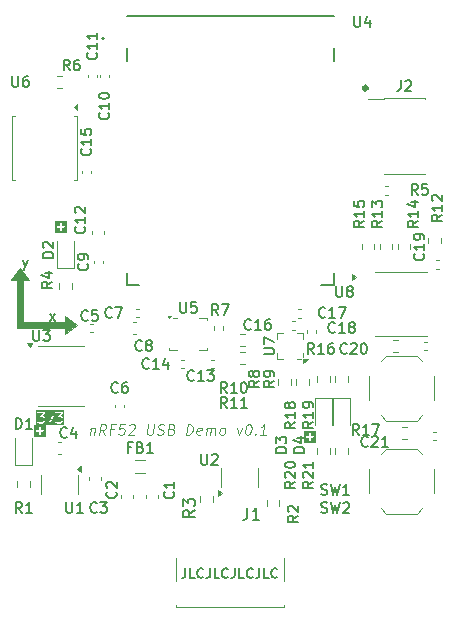
<source format=gbr>
%TF.GenerationSoftware,KiCad,Pcbnew,8.0.0*%
%TF.CreationDate,2024-05-19T21:12:01-04:00*%
%TF.ProjectId,nrf52-module-usb-carrier-hw,6e726635-322d-46d6-9f64-756c652d7573,rev?*%
%TF.SameCoordinates,PX5544200PY68a5100*%
%TF.FileFunction,Legend,Top*%
%TF.FilePolarity,Positive*%
%FSLAX46Y46*%
G04 Gerber Fmt 4.6, Leading zero omitted, Abs format (unit mm)*
G04 Created by KiCad (PCBNEW 8.0.0) date 2024-05-19 21:12:01*
%MOMM*%
%LPD*%
G01*
G04 APERTURE LIST*
%ADD10C,0.111125*%
%ADD11C,0.317500*%
%ADD12C,0.100000*%
%ADD13C,0.127000*%
%ADD14C,0.150000*%
%ADD15C,0.200000*%
%ADD16C,0.120000*%
G04 APERTURE END LIST*
D10*
X7211566Y15439242D02*
X7137483Y14846575D01*
X7200983Y15354575D02*
X7248608Y15396908D01*
X7248608Y15396908D02*
X7338566Y15439242D01*
X7338566Y15439242D02*
X7465566Y15439242D01*
X7465566Y15439242D02*
X7544941Y15396908D01*
X7544941Y15396908D02*
X7576691Y15312242D01*
X7576691Y15312242D02*
X7518483Y14846575D01*
X8449816Y14846575D02*
X8206399Y15269908D01*
X7941816Y14846575D02*
X8052941Y15735575D01*
X8052941Y15735575D02*
X8391607Y15735575D01*
X8391607Y15735575D02*
X8470982Y15693242D01*
X8470982Y15693242D02*
X8508024Y15650908D01*
X8508024Y15650908D02*
X8539774Y15566242D01*
X8539774Y15566242D02*
X8523899Y15439242D01*
X8523899Y15439242D02*
X8470982Y15354575D01*
X8470982Y15354575D02*
X8423357Y15312242D01*
X8423357Y15312242D02*
X8333399Y15269908D01*
X8333399Y15269908D02*
X7994732Y15269908D01*
X9185357Y15312242D02*
X8889024Y15312242D01*
X8830816Y14846575D02*
X8941941Y15735575D01*
X8941941Y15735575D02*
X9365274Y15735575D01*
X10127274Y15735575D02*
X9703941Y15735575D01*
X9703941Y15735575D02*
X9608691Y15312242D01*
X9608691Y15312242D02*
X9656316Y15354575D01*
X9656316Y15354575D02*
X9746274Y15396908D01*
X9746274Y15396908D02*
X9957941Y15396908D01*
X9957941Y15396908D02*
X10037316Y15354575D01*
X10037316Y15354575D02*
X10074357Y15312242D01*
X10074357Y15312242D02*
X10106107Y15227575D01*
X10106107Y15227575D02*
X10079649Y15015908D01*
X10079649Y15015908D02*
X10026732Y14931242D01*
X10026732Y14931242D02*
X9979107Y14888908D01*
X9979107Y14888908D02*
X9889149Y14846575D01*
X9889149Y14846575D02*
X9677482Y14846575D01*
X9677482Y14846575D02*
X9598107Y14888908D01*
X9598107Y14888908D02*
X9561066Y14931242D01*
X10497691Y15650908D02*
X10545316Y15693242D01*
X10545316Y15693242D02*
X10635274Y15735575D01*
X10635274Y15735575D02*
X10846941Y15735575D01*
X10846941Y15735575D02*
X10926316Y15693242D01*
X10926316Y15693242D02*
X10963358Y15650908D01*
X10963358Y15650908D02*
X10995108Y15566242D01*
X10995108Y15566242D02*
X10984524Y15481575D01*
X10984524Y15481575D02*
X10926316Y15354575D01*
X10926316Y15354575D02*
X10354816Y14846575D01*
X10354816Y14846575D02*
X10905149Y14846575D01*
X12074608Y15735575D02*
X11984649Y15015908D01*
X11984649Y15015908D02*
X12016399Y14931242D01*
X12016399Y14931242D02*
X12053441Y14888908D01*
X12053441Y14888908D02*
X12132816Y14846575D01*
X12132816Y14846575D02*
X12302149Y14846575D01*
X12302149Y14846575D02*
X12392108Y14888908D01*
X12392108Y14888908D02*
X12439733Y14931242D01*
X12439733Y14931242D02*
X12492649Y15015908D01*
X12492649Y15015908D02*
X12582608Y15735575D01*
X12857774Y14888908D02*
X12979482Y14846575D01*
X12979482Y14846575D02*
X13191149Y14846575D01*
X13191149Y14846575D02*
X13281107Y14888908D01*
X13281107Y14888908D02*
X13328732Y14931242D01*
X13328732Y14931242D02*
X13381649Y15015908D01*
X13381649Y15015908D02*
X13392232Y15100575D01*
X13392232Y15100575D02*
X13360482Y15185242D01*
X13360482Y15185242D02*
X13323441Y15227575D01*
X13323441Y15227575D02*
X13244066Y15269908D01*
X13244066Y15269908D02*
X13080024Y15312242D01*
X13080024Y15312242D02*
X13000649Y15354575D01*
X13000649Y15354575D02*
X12963607Y15396908D01*
X12963607Y15396908D02*
X12931857Y15481575D01*
X12931857Y15481575D02*
X12942441Y15566242D01*
X12942441Y15566242D02*
X12995357Y15650908D01*
X12995357Y15650908D02*
X13042982Y15693242D01*
X13042982Y15693242D02*
X13132941Y15735575D01*
X13132941Y15735575D02*
X13344607Y15735575D01*
X13344607Y15735575D02*
X13466316Y15693242D01*
X14096024Y15312242D02*
X14217733Y15269908D01*
X14217733Y15269908D02*
X14254774Y15227575D01*
X14254774Y15227575D02*
X14286524Y15142908D01*
X14286524Y15142908D02*
X14270649Y15015908D01*
X14270649Y15015908D02*
X14217733Y14931242D01*
X14217733Y14931242D02*
X14170108Y14888908D01*
X14170108Y14888908D02*
X14080149Y14846575D01*
X14080149Y14846575D02*
X13741483Y14846575D01*
X13741483Y14846575D02*
X13852608Y15735575D01*
X13852608Y15735575D02*
X14148941Y15735575D01*
X14148941Y15735575D02*
X14228316Y15693242D01*
X14228316Y15693242D02*
X14265358Y15650908D01*
X14265358Y15650908D02*
X14297108Y15566242D01*
X14297108Y15566242D02*
X14286524Y15481575D01*
X14286524Y15481575D02*
X14233608Y15396908D01*
X14233608Y15396908D02*
X14185983Y15354575D01*
X14185983Y15354575D02*
X14096024Y15312242D01*
X14096024Y15312242D02*
X13799691Y15312242D01*
X15307816Y14846575D02*
X15418941Y15735575D01*
X15418941Y15735575D02*
X15630607Y15735575D01*
X15630607Y15735575D02*
X15752316Y15693242D01*
X15752316Y15693242D02*
X15826399Y15608575D01*
X15826399Y15608575D02*
X15858149Y15523908D01*
X15858149Y15523908D02*
X15879316Y15354575D01*
X15879316Y15354575D02*
X15863441Y15227575D01*
X15863441Y15227575D02*
X15799941Y15058242D01*
X15799941Y15058242D02*
X15747024Y14973575D01*
X15747024Y14973575D02*
X15651774Y14888908D01*
X15651774Y14888908D02*
X15519482Y14846575D01*
X15519482Y14846575D02*
X15307816Y14846575D01*
X16540774Y14888908D02*
X16450816Y14846575D01*
X16450816Y14846575D02*
X16281482Y14846575D01*
X16281482Y14846575D02*
X16202107Y14888908D01*
X16202107Y14888908D02*
X16170357Y14973575D01*
X16170357Y14973575D02*
X16212691Y15312242D01*
X16212691Y15312242D02*
X16265607Y15396908D01*
X16265607Y15396908D02*
X16355566Y15439242D01*
X16355566Y15439242D02*
X16524899Y15439242D01*
X16524899Y15439242D02*
X16604274Y15396908D01*
X16604274Y15396908D02*
X16636024Y15312242D01*
X16636024Y15312242D02*
X16625441Y15227575D01*
X16625441Y15227575D02*
X16191524Y15142908D01*
X16958816Y14846575D02*
X17032899Y15439242D01*
X17022316Y15354575D02*
X17069941Y15396908D01*
X17069941Y15396908D02*
X17159899Y15439242D01*
X17159899Y15439242D02*
X17286899Y15439242D01*
X17286899Y15439242D02*
X17366274Y15396908D01*
X17366274Y15396908D02*
X17398024Y15312242D01*
X17398024Y15312242D02*
X17339816Y14846575D01*
X17398024Y15312242D02*
X17450941Y15396908D01*
X17450941Y15396908D02*
X17540899Y15439242D01*
X17540899Y15439242D02*
X17667899Y15439242D01*
X17667899Y15439242D02*
X17747274Y15396908D01*
X17747274Y15396908D02*
X17779024Y15312242D01*
X17779024Y15312242D02*
X17720816Y14846575D01*
X18271149Y14846575D02*
X18191774Y14888908D01*
X18191774Y14888908D02*
X18154732Y14931242D01*
X18154732Y14931242D02*
X18122982Y15015908D01*
X18122982Y15015908D02*
X18154732Y15269908D01*
X18154732Y15269908D02*
X18207649Y15354575D01*
X18207649Y15354575D02*
X18255274Y15396908D01*
X18255274Y15396908D02*
X18345232Y15439242D01*
X18345232Y15439242D02*
X18472232Y15439242D01*
X18472232Y15439242D02*
X18551607Y15396908D01*
X18551607Y15396908D02*
X18588649Y15354575D01*
X18588649Y15354575D02*
X18620399Y15269908D01*
X18620399Y15269908D02*
X18588649Y15015908D01*
X18588649Y15015908D02*
X18535732Y14931242D01*
X18535732Y14931242D02*
X18488107Y14888908D01*
X18488107Y14888908D02*
X18398149Y14846575D01*
X18398149Y14846575D02*
X18271149Y14846575D01*
X19615231Y15439242D02*
X19752815Y14846575D01*
X19752815Y14846575D02*
X20038565Y15439242D01*
X20583606Y15735575D02*
X20668273Y15735575D01*
X20668273Y15735575D02*
X20747648Y15693242D01*
X20747648Y15693242D02*
X20784689Y15650908D01*
X20784689Y15650908D02*
X20816439Y15566242D01*
X20816439Y15566242D02*
X20837606Y15396908D01*
X20837606Y15396908D02*
X20811148Y15185242D01*
X20811148Y15185242D02*
X20747648Y15015908D01*
X20747648Y15015908D02*
X20694731Y14931242D01*
X20694731Y14931242D02*
X20647106Y14888908D01*
X20647106Y14888908D02*
X20557148Y14846575D01*
X20557148Y14846575D02*
X20472481Y14846575D01*
X20472481Y14846575D02*
X20393106Y14888908D01*
X20393106Y14888908D02*
X20356064Y14931242D01*
X20356064Y14931242D02*
X20324314Y15015908D01*
X20324314Y15015908D02*
X20303148Y15185242D01*
X20303148Y15185242D02*
X20329606Y15396908D01*
X20329606Y15396908D02*
X20393106Y15566242D01*
X20393106Y15566242D02*
X20446023Y15650908D01*
X20446023Y15650908D02*
X20493648Y15693242D01*
X20493648Y15693242D02*
X20583606Y15735575D01*
X21160398Y14931242D02*
X21197440Y14888908D01*
X21197440Y14888908D02*
X21149815Y14846575D01*
X21149815Y14846575D02*
X21112773Y14888908D01*
X21112773Y14888908D02*
X21160398Y14931242D01*
X21160398Y14931242D02*
X21149815Y14846575D01*
X22038814Y14846575D02*
X21530814Y14846575D01*
X21784814Y14846575D02*
X21895939Y15735575D01*
X21895939Y15735575D02*
X21795398Y15608575D01*
X21795398Y15608575D02*
X21700148Y15523908D01*
X21700148Y15523908D02*
X21610189Y15481575D01*
D11*
X30638750Y44196000D02*
G75*
G02*
X30321250Y44196000I-158750J0D01*
G01*
X30321250Y44196000D02*
G75*
G02*
X30638750Y44196000I158750J0D01*
G01*
D12*
X2032000Y27940000D02*
X508000Y27940000D01*
X1270000Y28956000D01*
X2032000Y27940000D01*
G36*
X2032000Y27940000D02*
G01*
X508000Y27940000D01*
X1270000Y28956000D01*
X2032000Y27940000D01*
G37*
X6096000Y24130000D02*
X5080000Y23368000D01*
X5080000Y24892000D01*
X6096000Y24130000D01*
G36*
X6096000Y24130000D02*
G01*
X5080000Y23368000D01*
X5080000Y24892000D01*
X6096000Y24130000D01*
G37*
X1524000Y23876000D02*
X1016000Y23876000D01*
X1016000Y27940000D01*
X1524000Y27940000D01*
X1524000Y23876000D01*
G36*
X1524000Y23876000D02*
G01*
X1016000Y23876000D01*
X1016000Y27940000D01*
X1524000Y27940000D01*
X1524000Y23876000D01*
G37*
X1016000Y24384000D02*
X5080000Y24384000D01*
X5080000Y23876000D01*
X1016000Y23876000D01*
X1016000Y24384000D01*
G36*
X1016000Y24384000D02*
G01*
X5080000Y24384000D01*
X5080000Y23876000D01*
X1016000Y23876000D01*
X1016000Y24384000D01*
G37*
D13*
X3766552Y24499400D02*
X4232218Y25092067D01*
X3766552Y25092067D02*
X4232218Y24499400D01*
G36*
X3415996Y14689956D02*
G01*
X2423774Y14689956D01*
X2423774Y15161767D01*
X2522552Y15161767D01*
X2556918Y15127401D01*
X2581218Y15122567D01*
X2859142Y15124482D01*
X2861219Y14823100D01*
X2895585Y14788734D01*
X2944185Y14788734D01*
X2978551Y14823100D01*
X2983385Y14847400D01*
X2981470Y15125325D01*
X3282852Y15127401D01*
X3317218Y15161767D01*
X3317218Y15210367D01*
X3282852Y15244733D01*
X3258552Y15249567D01*
X2980627Y15247653D01*
X2978551Y15549033D01*
X2944185Y15583399D01*
X2895585Y15583399D01*
X2861219Y15549033D01*
X2856385Y15524733D01*
X2858299Y15246810D01*
X2556918Y15244733D01*
X2522552Y15210367D01*
X2522552Y15161767D01*
X2423774Y15161767D01*
X2423774Y15682177D01*
X3415996Y15682177D01*
X3415996Y14689956D01*
G37*
G36*
X4987163Y15701122D02*
G01*
X2593108Y15701122D01*
X2593108Y15923767D01*
X2691886Y15923767D01*
X2705650Y15903166D01*
X2742998Y15869874D01*
X2744914Y15864128D01*
X2764487Y15848937D01*
X2768526Y15847119D01*
X2768584Y15847067D01*
X2768641Y15847067D01*
X2845540Y15812446D01*
X2853252Y15804734D01*
X2870122Y15801378D01*
X2873050Y15800060D01*
X2874431Y15800521D01*
X2877552Y15799900D01*
X3123707Y15804176D01*
X3136054Y15800060D01*
X3152936Y15804684D01*
X3155852Y15804734D01*
X3156881Y15805764D01*
X3159950Y15806604D01*
X3233272Y15847067D01*
X3240518Y15847067D01*
X3261119Y15860832D01*
X3263930Y15863986D01*
X3264188Y15864128D01*
X3264266Y15864363D01*
X3294411Y15898181D01*
X3300157Y15900096D01*
X3315348Y15919669D01*
X3317166Y15923709D01*
X3317218Y15923766D01*
X3317218Y15923823D01*
X3351839Y16000722D01*
X3359551Y16008433D01*
X3362907Y16025304D01*
X3364225Y16028231D01*
X3363764Y16029613D01*
X3364385Y16032733D01*
X3360203Y16236839D01*
X3364225Y16248902D01*
X3359611Y16265749D01*
X3359551Y16268700D01*
X3358521Y16269730D01*
X3357681Y16272798D01*
X3317218Y16346122D01*
X3317218Y16353368D01*
X3303453Y16373969D01*
X3300299Y16376780D01*
X3300157Y16377038D01*
X3299922Y16377117D01*
X3266102Y16407262D01*
X3264188Y16413005D01*
X3244616Y16428196D01*
X3240574Y16430016D01*
X3240518Y16430066D01*
X3240462Y16430066D01*
X3175708Y16459220D01*
X3533798Y16459220D01*
X3537418Y16434710D01*
X3746402Y15862939D01*
X3745464Y15860247D01*
X3753882Y15842476D01*
X3761810Y15820785D01*
X3764835Y15819352D01*
X3766269Y15816325D01*
X3786410Y15809132D01*
X3805732Y15799979D01*
X3808885Y15801106D01*
X3812038Y15799979D01*
X3831363Y15809133D01*
X3851501Y15816325D01*
X3852934Y15819351D01*
X3855960Y15820784D01*
X3868686Y15842043D01*
X3897193Y15923767D01*
X4215886Y15923767D01*
X4229650Y15903166D01*
X4266998Y15869874D01*
X4268914Y15864128D01*
X4288487Y15848937D01*
X4292526Y15847119D01*
X4292584Y15847067D01*
X4292641Y15847067D01*
X4369540Y15812446D01*
X4377252Y15804734D01*
X4394122Y15801378D01*
X4397050Y15800060D01*
X4398431Y15800521D01*
X4401552Y15799900D01*
X4647707Y15804176D01*
X4660054Y15800060D01*
X4676936Y15804684D01*
X4679852Y15804734D01*
X4680881Y15805764D01*
X4683950Y15806604D01*
X4757272Y15847067D01*
X4764518Y15847067D01*
X4785119Y15860832D01*
X4787930Y15863986D01*
X4788188Y15864128D01*
X4788266Y15864363D01*
X4818411Y15898181D01*
X4824157Y15900096D01*
X4839348Y15919669D01*
X4841166Y15923709D01*
X4841218Y15923766D01*
X4841218Y15923823D01*
X4875839Y16000722D01*
X4883551Y16008433D01*
X4886907Y16025304D01*
X4888225Y16028231D01*
X4887764Y16029613D01*
X4888385Y16032733D01*
X4884203Y16236839D01*
X4888225Y16248902D01*
X4883611Y16265749D01*
X4883551Y16268700D01*
X4882521Y16269730D01*
X4881681Y16272798D01*
X4841218Y16346122D01*
X4841218Y16353368D01*
X4827453Y16373969D01*
X4824299Y16376780D01*
X4824157Y16377038D01*
X4823922Y16377117D01*
X4790102Y16407262D01*
X4788188Y16413005D01*
X4768616Y16428196D01*
X4764574Y16430016D01*
X4764518Y16430066D01*
X4764462Y16430066D01*
X4687563Y16464688D01*
X4679852Y16472399D01*
X4665001Y16475354D01*
X4870221Y16714771D01*
X4883551Y16728100D01*
X4883551Y16730322D01*
X4885038Y16732056D01*
X4883551Y16754361D01*
X4883551Y16776700D01*
X4881955Y16778296D01*
X4881805Y16780549D01*
X4864981Y16795270D01*
X4849185Y16811066D01*
X4846264Y16811647D01*
X4845229Y16812553D01*
X4842593Y16812378D01*
X4824885Y16815900D01*
X4250252Y16811066D01*
X4215886Y16776700D01*
X4215886Y16728100D01*
X4250252Y16693734D01*
X4274552Y16688900D01*
X4689819Y16692394D01*
X4483222Y16451370D01*
X4469886Y16438033D01*
X4469886Y16435811D01*
X4468400Y16434077D01*
X4469886Y16411788D01*
X4469886Y16389433D01*
X4471482Y16387837D01*
X4471633Y16385584D01*
X4488448Y16370871D01*
X4504252Y16355067D01*
X4507174Y16354486D01*
X4508208Y16353581D01*
X4510839Y16353757D01*
X4528552Y16350233D01*
X4634524Y16353619D01*
X4695882Y16325994D01*
X4727170Y16298107D01*
X4761561Y16235785D01*
X4765267Y16054865D01*
X4737145Y15992403D01*
X4709257Y15961115D01*
X4646987Y15926752D01*
X4423992Y15922878D01*
X4361218Y15951140D01*
X4298853Y16006733D01*
X4250252Y16006733D01*
X4215886Y15972368D01*
X4215886Y15923767D01*
X3897193Y15923767D01*
X4083973Y16459220D01*
X4063168Y16503143D01*
X4017399Y16519489D01*
X3973477Y16498683D01*
X3960752Y16477425D01*
X3810011Y16045289D01*
X3644294Y16498683D01*
X3600372Y16519488D01*
X3554603Y16503142D01*
X3533798Y16459220D01*
X3175708Y16459220D01*
X3163563Y16464688D01*
X3155852Y16472399D01*
X3141001Y16475354D01*
X3346221Y16714771D01*
X3359551Y16728100D01*
X3359551Y16730322D01*
X3361038Y16732056D01*
X3359551Y16754361D01*
X3359551Y16776700D01*
X3357955Y16778296D01*
X3357805Y16780549D01*
X3340981Y16795270D01*
X3325185Y16811066D01*
X3322264Y16811647D01*
X3321229Y16812553D01*
X3318593Y16812378D01*
X3300885Y16815900D01*
X2726252Y16811066D01*
X2691886Y16776700D01*
X2691886Y16728100D01*
X2726252Y16693734D01*
X2750552Y16688900D01*
X3165819Y16692394D01*
X2959222Y16451370D01*
X2945886Y16438033D01*
X2945886Y16435811D01*
X2944400Y16434077D01*
X2945886Y16411788D01*
X2945886Y16389433D01*
X2947482Y16387837D01*
X2947633Y16385584D01*
X2964448Y16370871D01*
X2980252Y16355067D01*
X2983174Y16354486D01*
X2984208Y16353581D01*
X2986839Y16353757D01*
X3004552Y16350233D01*
X3110524Y16353619D01*
X3171882Y16325994D01*
X3203170Y16298107D01*
X3237561Y16235785D01*
X3241267Y16054865D01*
X3213145Y15992403D01*
X3185257Y15961115D01*
X3122987Y15926752D01*
X2899992Y15922878D01*
X2837218Y15951140D01*
X2774853Y16006733D01*
X2726252Y16006733D01*
X2691886Y15972368D01*
X2691886Y15923767D01*
X2593108Y15923767D01*
X2593108Y16914678D01*
X4987163Y16914678D01*
X4987163Y15701122D01*
G37*
X1480552Y29664067D02*
X1692218Y29071400D01*
X1903885Y29664067D02*
X1692218Y29071400D01*
X1692218Y29071400D02*
X1607552Y28859733D01*
X1607552Y28859733D02*
X1565218Y28817400D01*
X1565218Y28817400D02*
X1480552Y28775067D01*
X15241304Y3541426D02*
X15241304Y2960854D01*
X15241304Y2960854D02*
X15202599Y2844740D01*
X15202599Y2844740D02*
X15125190Y2767330D01*
X15125190Y2767330D02*
X15009075Y2728626D01*
X15009075Y2728626D02*
X14931666Y2728626D01*
X16015399Y2728626D02*
X15628351Y2728626D01*
X15628351Y2728626D02*
X15628351Y3541426D01*
X16750789Y2806035D02*
X16712085Y2767330D01*
X16712085Y2767330D02*
X16595970Y2728626D01*
X16595970Y2728626D02*
X16518561Y2728626D01*
X16518561Y2728626D02*
X16402447Y2767330D01*
X16402447Y2767330D02*
X16325037Y2844740D01*
X16325037Y2844740D02*
X16286332Y2922150D01*
X16286332Y2922150D02*
X16247628Y3076969D01*
X16247628Y3076969D02*
X16247628Y3193083D01*
X16247628Y3193083D02*
X16286332Y3347902D01*
X16286332Y3347902D02*
X16325037Y3425311D01*
X16325037Y3425311D02*
X16402447Y3502721D01*
X16402447Y3502721D02*
X16518561Y3541426D01*
X16518561Y3541426D02*
X16595970Y3541426D01*
X16595970Y3541426D02*
X16712085Y3502721D01*
X16712085Y3502721D02*
X16750789Y3464016D01*
X17331361Y3541426D02*
X17331361Y2960854D01*
X17331361Y2960854D02*
X17292656Y2844740D01*
X17292656Y2844740D02*
X17215247Y2767330D01*
X17215247Y2767330D02*
X17099132Y2728626D01*
X17099132Y2728626D02*
X17021723Y2728626D01*
X18105456Y2728626D02*
X17718408Y2728626D01*
X17718408Y2728626D02*
X17718408Y3541426D01*
X18840846Y2806035D02*
X18802142Y2767330D01*
X18802142Y2767330D02*
X18686027Y2728626D01*
X18686027Y2728626D02*
X18608618Y2728626D01*
X18608618Y2728626D02*
X18492504Y2767330D01*
X18492504Y2767330D02*
X18415094Y2844740D01*
X18415094Y2844740D02*
X18376389Y2922150D01*
X18376389Y2922150D02*
X18337685Y3076969D01*
X18337685Y3076969D02*
X18337685Y3193083D01*
X18337685Y3193083D02*
X18376389Y3347902D01*
X18376389Y3347902D02*
X18415094Y3425311D01*
X18415094Y3425311D02*
X18492504Y3502721D01*
X18492504Y3502721D02*
X18608618Y3541426D01*
X18608618Y3541426D02*
X18686027Y3541426D01*
X18686027Y3541426D02*
X18802142Y3502721D01*
X18802142Y3502721D02*
X18840846Y3464016D01*
X19421418Y3541426D02*
X19421418Y2960854D01*
X19421418Y2960854D02*
X19382713Y2844740D01*
X19382713Y2844740D02*
X19305304Y2767330D01*
X19305304Y2767330D02*
X19189189Y2728626D01*
X19189189Y2728626D02*
X19111780Y2728626D01*
X20195513Y2728626D02*
X19808465Y2728626D01*
X19808465Y2728626D02*
X19808465Y3541426D01*
X20930903Y2806035D02*
X20892199Y2767330D01*
X20892199Y2767330D02*
X20776084Y2728626D01*
X20776084Y2728626D02*
X20698675Y2728626D01*
X20698675Y2728626D02*
X20582561Y2767330D01*
X20582561Y2767330D02*
X20505151Y2844740D01*
X20505151Y2844740D02*
X20466446Y2922150D01*
X20466446Y2922150D02*
X20427742Y3076969D01*
X20427742Y3076969D02*
X20427742Y3193083D01*
X20427742Y3193083D02*
X20466446Y3347902D01*
X20466446Y3347902D02*
X20505151Y3425311D01*
X20505151Y3425311D02*
X20582561Y3502721D01*
X20582561Y3502721D02*
X20698675Y3541426D01*
X20698675Y3541426D02*
X20776084Y3541426D01*
X20776084Y3541426D02*
X20892199Y3502721D01*
X20892199Y3502721D02*
X20930903Y3464016D01*
X21511475Y3541426D02*
X21511475Y2960854D01*
X21511475Y2960854D02*
X21472770Y2844740D01*
X21472770Y2844740D02*
X21395361Y2767330D01*
X21395361Y2767330D02*
X21279246Y2728626D01*
X21279246Y2728626D02*
X21201837Y2728626D01*
X22285570Y2728626D02*
X21898522Y2728626D01*
X21898522Y2728626D02*
X21898522Y3541426D01*
X23020960Y2806035D02*
X22982256Y2767330D01*
X22982256Y2767330D02*
X22866141Y2728626D01*
X22866141Y2728626D02*
X22788732Y2728626D01*
X22788732Y2728626D02*
X22672618Y2767330D01*
X22672618Y2767330D02*
X22595208Y2844740D01*
X22595208Y2844740D02*
X22556503Y2922150D01*
X22556503Y2922150D02*
X22517799Y3076969D01*
X22517799Y3076969D02*
X22517799Y3193083D01*
X22517799Y3193083D02*
X22556503Y3347902D01*
X22556503Y3347902D02*
X22595208Y3425311D01*
X22595208Y3425311D02*
X22672618Y3502721D01*
X22672618Y3502721D02*
X22788732Y3541426D01*
X22788732Y3541426D02*
X22866141Y3541426D01*
X22866141Y3541426D02*
X22982256Y3502721D01*
X22982256Y3502721D02*
X23020960Y3464016D01*
G36*
X5193996Y31961956D02*
G01*
X4201774Y31961956D01*
X4201774Y32433767D01*
X4300552Y32433767D01*
X4334918Y32399401D01*
X4359218Y32394567D01*
X4637142Y32396482D01*
X4639219Y32095100D01*
X4673585Y32060734D01*
X4722185Y32060734D01*
X4756551Y32095100D01*
X4761385Y32119400D01*
X4759470Y32397325D01*
X5060852Y32399401D01*
X5095218Y32433767D01*
X5095218Y32482367D01*
X5060852Y32516733D01*
X5036552Y32521567D01*
X4758627Y32519653D01*
X4756551Y32821033D01*
X4722185Y32855399D01*
X4673585Y32855399D01*
X4639219Y32821033D01*
X4634385Y32796733D01*
X4636299Y32518810D01*
X4334918Y32516733D01*
X4300552Y32482367D01*
X4300552Y32433767D01*
X4201774Y32433767D01*
X4201774Y32954177D01*
X5193996Y32954177D01*
X5193996Y31961956D01*
G37*
G36*
X26275996Y14181956D02*
G01*
X25283774Y14181956D01*
X25283774Y14653767D01*
X25382552Y14653767D01*
X25416918Y14619401D01*
X25441218Y14614567D01*
X25719142Y14616482D01*
X25721219Y14315100D01*
X25755585Y14280734D01*
X25804185Y14280734D01*
X25838551Y14315100D01*
X25843385Y14339400D01*
X25841470Y14617325D01*
X26142852Y14619401D01*
X26177218Y14653767D01*
X26177218Y14702367D01*
X26142852Y14736733D01*
X26118552Y14741567D01*
X25840627Y14739653D01*
X25838551Y15041033D01*
X25804185Y15075399D01*
X25755585Y15075399D01*
X25721219Y15041033D01*
X25716385Y15016733D01*
X25718299Y14738810D01*
X25416918Y14736733D01*
X25382552Y14702367D01*
X25382552Y14653767D01*
X25283774Y14653767D01*
X25283774Y15174177D01*
X26275996Y15174177D01*
X26275996Y14181956D01*
G37*
X29548666Y50268335D02*
X29548666Y49548668D01*
X29548666Y49548668D02*
X29591000Y49464002D01*
X29591000Y49464002D02*
X29633333Y49421668D01*
X29633333Y49421668D02*
X29718000Y49379335D01*
X29718000Y49379335D02*
X29887333Y49379335D01*
X29887333Y49379335D02*
X29972000Y49421668D01*
X29972000Y49421668D02*
X30014333Y49464002D01*
X30014333Y49464002D02*
X30056666Y49548668D01*
X30056666Y49548668D02*
X30056666Y50268335D01*
X30860999Y49972002D02*
X30860999Y49379335D01*
X30649333Y50310668D02*
X30437666Y49675668D01*
X30437666Y49675668D02*
X30987999Y49675668D01*
D14*
X20494666Y8673181D02*
X20494666Y7958896D01*
X20494666Y7958896D02*
X20447047Y7816039D01*
X20447047Y7816039D02*
X20351809Y7720800D01*
X20351809Y7720800D02*
X20208952Y7673181D01*
X20208952Y7673181D02*
X20113714Y7673181D01*
X21494666Y7673181D02*
X20923238Y7673181D01*
X21208952Y7673181D02*
X21208952Y8673181D01*
X21208952Y8673181D02*
X21113714Y8530324D01*
X21113714Y8530324D02*
X21018476Y8435086D01*
X21018476Y8435086D02*
X20923238Y8387467D01*
D13*
X7725833Y8316002D02*
X7683500Y8273668D01*
X7683500Y8273668D02*
X7556500Y8231335D01*
X7556500Y8231335D02*
X7471833Y8231335D01*
X7471833Y8231335D02*
X7344833Y8273668D01*
X7344833Y8273668D02*
X7260167Y8358335D01*
X7260167Y8358335D02*
X7217833Y8443002D01*
X7217833Y8443002D02*
X7175500Y8612335D01*
X7175500Y8612335D02*
X7175500Y8739335D01*
X7175500Y8739335D02*
X7217833Y8908668D01*
X7217833Y8908668D02*
X7260167Y8993335D01*
X7260167Y8993335D02*
X7344833Y9078002D01*
X7344833Y9078002D02*
X7471833Y9120335D01*
X7471833Y9120335D02*
X7556500Y9120335D01*
X7556500Y9120335D02*
X7683500Y9078002D01*
X7683500Y9078002D02*
X7725833Y9035668D01*
X8022167Y9120335D02*
X8572500Y9120335D01*
X8572500Y9120335D02*
X8276167Y8781668D01*
X8276167Y8781668D02*
X8403167Y8781668D01*
X8403167Y8781668D02*
X8487833Y8739335D01*
X8487833Y8739335D02*
X8530167Y8697002D01*
X8530167Y8697002D02*
X8572500Y8612335D01*
X8572500Y8612335D02*
X8572500Y8400668D01*
X8572500Y8400668D02*
X8530167Y8316002D01*
X8530167Y8316002D02*
X8487833Y8273668D01*
X8487833Y8273668D02*
X8403167Y8231335D01*
X8403167Y8231335D02*
X8149167Y8231335D01*
X8149167Y8231335D02*
X8064500Y8273668D01*
X8064500Y8273668D02*
X8022167Y8316002D01*
X18732499Y18391335D02*
X18436166Y18814668D01*
X18224499Y18391335D02*
X18224499Y19280335D01*
X18224499Y19280335D02*
X18563166Y19280335D01*
X18563166Y19280335D02*
X18647833Y19238002D01*
X18647833Y19238002D02*
X18690166Y19195668D01*
X18690166Y19195668D02*
X18732499Y19111002D01*
X18732499Y19111002D02*
X18732499Y18984002D01*
X18732499Y18984002D02*
X18690166Y18899335D01*
X18690166Y18899335D02*
X18647833Y18857002D01*
X18647833Y18857002D02*
X18563166Y18814668D01*
X18563166Y18814668D02*
X18224499Y18814668D01*
X19579166Y18391335D02*
X19071166Y18391335D01*
X19325166Y18391335D02*
X19325166Y19280335D01*
X19325166Y19280335D02*
X19240499Y19153335D01*
X19240499Y19153335D02*
X19155833Y19068668D01*
X19155833Y19068668D02*
X19071166Y19026335D01*
X20129500Y19280335D02*
X20214166Y19280335D01*
X20214166Y19280335D02*
X20298833Y19238002D01*
X20298833Y19238002D02*
X20341166Y19195668D01*
X20341166Y19195668D02*
X20383500Y19111002D01*
X20383500Y19111002D02*
X20425833Y18941668D01*
X20425833Y18941668D02*
X20425833Y18730002D01*
X20425833Y18730002D02*
X20383500Y18560668D01*
X20383500Y18560668D02*
X20341166Y18476002D01*
X20341166Y18476002D02*
X20298833Y18433668D01*
X20298833Y18433668D02*
X20214166Y18391335D01*
X20214166Y18391335D02*
X20129500Y18391335D01*
X20129500Y18391335D02*
X20044833Y18433668D01*
X20044833Y18433668D02*
X20002500Y18476002D01*
X20002500Y18476002D02*
X19960166Y18560668D01*
X19960166Y18560668D02*
X19917833Y18730002D01*
X19917833Y18730002D02*
X19917833Y18941668D01*
X19917833Y18941668D02*
X19960166Y19111002D01*
X19960166Y19111002D02*
X20002500Y19195668D01*
X20002500Y19195668D02*
X20044833Y19238002D01*
X20044833Y19238002D02*
X20129500Y19280335D01*
X21486665Y19409834D02*
X21063332Y19113501D01*
X21486665Y18901834D02*
X20597665Y18901834D01*
X20597665Y18901834D02*
X20597665Y19240501D01*
X20597665Y19240501D02*
X20639998Y19325167D01*
X20639998Y19325167D02*
X20682332Y19367501D01*
X20682332Y19367501D02*
X20766998Y19409834D01*
X20766998Y19409834D02*
X20893998Y19409834D01*
X20893998Y19409834D02*
X20978665Y19367501D01*
X20978665Y19367501D02*
X21020998Y19325167D01*
X21020998Y19325167D02*
X21063332Y19240501D01*
X21063332Y19240501D02*
X21063332Y18901834D01*
X20978665Y19917834D02*
X20936332Y19833167D01*
X20936332Y19833167D02*
X20893998Y19790834D01*
X20893998Y19790834D02*
X20809332Y19748501D01*
X20809332Y19748501D02*
X20766998Y19748501D01*
X20766998Y19748501D02*
X20682332Y19790834D01*
X20682332Y19790834D02*
X20639998Y19833167D01*
X20639998Y19833167D02*
X20597665Y19917834D01*
X20597665Y19917834D02*
X20597665Y20087167D01*
X20597665Y20087167D02*
X20639998Y20171834D01*
X20639998Y20171834D02*
X20682332Y20214167D01*
X20682332Y20214167D02*
X20766998Y20256501D01*
X20766998Y20256501D02*
X20809332Y20256501D01*
X20809332Y20256501D02*
X20893998Y20214167D01*
X20893998Y20214167D02*
X20936332Y20171834D01*
X20936332Y20171834D02*
X20978665Y20087167D01*
X20978665Y20087167D02*
X20978665Y19917834D01*
X20978665Y19917834D02*
X21020998Y19833167D01*
X21020998Y19833167D02*
X21063332Y19790834D01*
X21063332Y19790834D02*
X21147998Y19748501D01*
X21147998Y19748501D02*
X21317332Y19748501D01*
X21317332Y19748501D02*
X21401998Y19790834D01*
X21401998Y19790834D02*
X21444332Y19833167D01*
X21444332Y19833167D02*
X21486665Y19917834D01*
X21486665Y19917834D02*
X21486665Y20087167D01*
X21486665Y20087167D02*
X21444332Y20171834D01*
X21444332Y20171834D02*
X21401998Y20214167D01*
X21401998Y20214167D02*
X21317332Y20256501D01*
X21317332Y20256501D02*
X21147998Y20256501D01*
X21147998Y20256501D02*
X21063332Y20214167D01*
X21063332Y20214167D02*
X21020998Y20171834D01*
X21020998Y20171834D02*
X20978665Y20087167D01*
X30376665Y32956500D02*
X29953332Y32660167D01*
X30376665Y32448500D02*
X29487665Y32448500D01*
X29487665Y32448500D02*
X29487665Y32787167D01*
X29487665Y32787167D02*
X29529998Y32871833D01*
X29529998Y32871833D02*
X29572332Y32914167D01*
X29572332Y32914167D02*
X29656998Y32956500D01*
X29656998Y32956500D02*
X29783998Y32956500D01*
X29783998Y32956500D02*
X29868665Y32914167D01*
X29868665Y32914167D02*
X29910998Y32871833D01*
X29910998Y32871833D02*
X29953332Y32787167D01*
X29953332Y32787167D02*
X29953332Y32448500D01*
X30376665Y33803167D02*
X30376665Y33295167D01*
X30376665Y33549167D02*
X29487665Y33549167D01*
X29487665Y33549167D02*
X29614665Y33464500D01*
X29614665Y33464500D02*
X29699332Y33379833D01*
X29699332Y33379833D02*
X29741665Y33295167D01*
X29487665Y34607500D02*
X29487665Y34184167D01*
X29487665Y34184167D02*
X29910998Y34141834D01*
X29910998Y34141834D02*
X29868665Y34184167D01*
X29868665Y34184167D02*
X29826332Y34268834D01*
X29826332Y34268834D02*
X29826332Y34480500D01*
X29826332Y34480500D02*
X29868665Y34565167D01*
X29868665Y34565167D02*
X29910998Y34607500D01*
X29910998Y34607500D02*
X29995665Y34649834D01*
X29995665Y34649834D02*
X30207332Y34649834D01*
X30207332Y34649834D02*
X30291998Y34607500D01*
X30291998Y34607500D02*
X30334332Y34565167D01*
X30334332Y34565167D02*
X30376665Y34480500D01*
X30376665Y34480500D02*
X30376665Y34268834D01*
X30376665Y34268834D02*
X30334332Y34184167D01*
X30334332Y34184167D02*
X30291998Y34141834D01*
X36980665Y33464500D02*
X36557332Y33168167D01*
X36980665Y32956500D02*
X36091665Y32956500D01*
X36091665Y32956500D02*
X36091665Y33295167D01*
X36091665Y33295167D02*
X36133998Y33379833D01*
X36133998Y33379833D02*
X36176332Y33422167D01*
X36176332Y33422167D02*
X36260998Y33464500D01*
X36260998Y33464500D02*
X36387998Y33464500D01*
X36387998Y33464500D02*
X36472665Y33422167D01*
X36472665Y33422167D02*
X36514998Y33379833D01*
X36514998Y33379833D02*
X36557332Y33295167D01*
X36557332Y33295167D02*
X36557332Y32956500D01*
X36980665Y34311167D02*
X36980665Y33803167D01*
X36980665Y34057167D02*
X36091665Y34057167D01*
X36091665Y34057167D02*
X36218665Y33972500D01*
X36218665Y33972500D02*
X36303332Y33887833D01*
X36303332Y33887833D02*
X36345665Y33803167D01*
X36176332Y34649834D02*
X36133998Y34692167D01*
X36133998Y34692167D02*
X36091665Y34776834D01*
X36091665Y34776834D02*
X36091665Y34988500D01*
X36091665Y34988500D02*
X36133998Y35073167D01*
X36133998Y35073167D02*
X36176332Y35115500D01*
X36176332Y35115500D02*
X36260998Y35157834D01*
X36260998Y35157834D02*
X36345665Y35157834D01*
X36345665Y35157834D02*
X36472665Y35115500D01*
X36472665Y35115500D02*
X36980665Y34607500D01*
X36980665Y34607500D02*
X36980665Y35157834D01*
X6669998Y32448500D02*
X6712332Y32406167D01*
X6712332Y32406167D02*
X6754665Y32279167D01*
X6754665Y32279167D02*
X6754665Y32194500D01*
X6754665Y32194500D02*
X6712332Y32067500D01*
X6712332Y32067500D02*
X6627665Y31982833D01*
X6627665Y31982833D02*
X6542998Y31940500D01*
X6542998Y31940500D02*
X6373665Y31898167D01*
X6373665Y31898167D02*
X6246665Y31898167D01*
X6246665Y31898167D02*
X6077332Y31940500D01*
X6077332Y31940500D02*
X5992665Y31982833D01*
X5992665Y31982833D02*
X5907998Y32067500D01*
X5907998Y32067500D02*
X5865665Y32194500D01*
X5865665Y32194500D02*
X5865665Y32279167D01*
X5865665Y32279167D02*
X5907998Y32406167D01*
X5907998Y32406167D02*
X5950332Y32448500D01*
X6754665Y33295167D02*
X6754665Y32787167D01*
X6754665Y33041167D02*
X5865665Y33041167D01*
X5865665Y33041167D02*
X5992665Y32956500D01*
X5992665Y32956500D02*
X6077332Y32871833D01*
X6077332Y32871833D02*
X6119665Y32787167D01*
X5950332Y33633834D02*
X5907998Y33676167D01*
X5907998Y33676167D02*
X5865665Y33760834D01*
X5865665Y33760834D02*
X5865665Y33972500D01*
X5865665Y33972500D02*
X5907998Y34057167D01*
X5907998Y34057167D02*
X5950332Y34099500D01*
X5950332Y34099500D02*
X6034998Y34141834D01*
X6034998Y34141834D02*
X6119665Y34141834D01*
X6119665Y34141834D02*
X6246665Y34099500D01*
X6246665Y34099500D02*
X6754665Y33591500D01*
X6754665Y33591500D02*
X6754665Y34141834D01*
X7685998Y47180500D02*
X7728332Y47138167D01*
X7728332Y47138167D02*
X7770665Y47011167D01*
X7770665Y47011167D02*
X7770665Y46926500D01*
X7770665Y46926500D02*
X7728332Y46799500D01*
X7728332Y46799500D02*
X7643665Y46714833D01*
X7643665Y46714833D02*
X7558998Y46672500D01*
X7558998Y46672500D02*
X7389665Y46630167D01*
X7389665Y46630167D02*
X7262665Y46630167D01*
X7262665Y46630167D02*
X7093332Y46672500D01*
X7093332Y46672500D02*
X7008665Y46714833D01*
X7008665Y46714833D02*
X6923998Y46799500D01*
X6923998Y46799500D02*
X6881665Y46926500D01*
X6881665Y46926500D02*
X6881665Y47011167D01*
X6881665Y47011167D02*
X6923998Y47138167D01*
X6923998Y47138167D02*
X6966332Y47180500D01*
X7770665Y48027167D02*
X7770665Y47519167D01*
X7770665Y47773167D02*
X6881665Y47773167D01*
X6881665Y47773167D02*
X7008665Y47688500D01*
X7008665Y47688500D02*
X7093332Y47603833D01*
X7093332Y47603833D02*
X7135665Y47519167D01*
X7770665Y48873834D02*
X7770665Y48365834D01*
X7770665Y48619834D02*
X6881665Y48619834D01*
X6881665Y48619834D02*
X7008665Y48535167D01*
X7008665Y48535167D02*
X7093332Y48450500D01*
X7093332Y48450500D02*
X7135665Y48365834D01*
X28892499Y21778002D02*
X28850166Y21735668D01*
X28850166Y21735668D02*
X28723166Y21693335D01*
X28723166Y21693335D02*
X28638499Y21693335D01*
X28638499Y21693335D02*
X28511499Y21735668D01*
X28511499Y21735668D02*
X28426833Y21820335D01*
X28426833Y21820335D02*
X28384499Y21905002D01*
X28384499Y21905002D02*
X28342166Y22074335D01*
X28342166Y22074335D02*
X28342166Y22201335D01*
X28342166Y22201335D02*
X28384499Y22370668D01*
X28384499Y22370668D02*
X28426833Y22455335D01*
X28426833Y22455335D02*
X28511499Y22540002D01*
X28511499Y22540002D02*
X28638499Y22582335D01*
X28638499Y22582335D02*
X28723166Y22582335D01*
X28723166Y22582335D02*
X28850166Y22540002D01*
X28850166Y22540002D02*
X28892499Y22497668D01*
X29231166Y22497668D02*
X29273499Y22540002D01*
X29273499Y22540002D02*
X29358166Y22582335D01*
X29358166Y22582335D02*
X29569833Y22582335D01*
X29569833Y22582335D02*
X29654499Y22540002D01*
X29654499Y22540002D02*
X29696833Y22497668D01*
X29696833Y22497668D02*
X29739166Y22413002D01*
X29739166Y22413002D02*
X29739166Y22328335D01*
X29739166Y22328335D02*
X29696833Y22201335D01*
X29696833Y22201335D02*
X29188833Y21693335D01*
X29188833Y21693335D02*
X29739166Y21693335D01*
X30289500Y22582335D02*
X30374166Y22582335D01*
X30374166Y22582335D02*
X30458833Y22540002D01*
X30458833Y22540002D02*
X30501166Y22497668D01*
X30501166Y22497668D02*
X30543500Y22413002D01*
X30543500Y22413002D02*
X30585833Y22243668D01*
X30585833Y22243668D02*
X30585833Y22032002D01*
X30585833Y22032002D02*
X30543500Y21862668D01*
X30543500Y21862668D02*
X30501166Y21778002D01*
X30501166Y21778002D02*
X30458833Y21735668D01*
X30458833Y21735668D02*
X30374166Y21693335D01*
X30374166Y21693335D02*
X30289500Y21693335D01*
X30289500Y21693335D02*
X30204833Y21735668D01*
X30204833Y21735668D02*
X30162500Y21778002D01*
X30162500Y21778002D02*
X30120166Y21862668D01*
X30120166Y21862668D02*
X30077833Y22032002D01*
X30077833Y22032002D02*
X30077833Y22243668D01*
X30077833Y22243668D02*
X30120166Y22413002D01*
X30120166Y22413002D02*
X30162500Y22497668D01*
X30162500Y22497668D02*
X30204833Y22540002D01*
X30204833Y22540002D02*
X30289500Y22582335D01*
X592666Y45188335D02*
X592666Y44468668D01*
X592666Y44468668D02*
X635000Y44384002D01*
X635000Y44384002D02*
X677333Y44341668D01*
X677333Y44341668D02*
X762000Y44299335D01*
X762000Y44299335D02*
X931333Y44299335D01*
X931333Y44299335D02*
X1016000Y44341668D01*
X1016000Y44341668D02*
X1058333Y44384002D01*
X1058333Y44384002D02*
X1100666Y44468668D01*
X1100666Y44468668D02*
X1100666Y45188335D01*
X1904999Y45188335D02*
X1735666Y45188335D01*
X1735666Y45188335D02*
X1650999Y45146002D01*
X1650999Y45146002D02*
X1608666Y45103668D01*
X1608666Y45103668D02*
X1523999Y44976668D01*
X1523999Y44976668D02*
X1481666Y44807335D01*
X1481666Y44807335D02*
X1481666Y44468668D01*
X1481666Y44468668D02*
X1523999Y44384002D01*
X1523999Y44384002D02*
X1566333Y44341668D01*
X1566333Y44341668D02*
X1650999Y44299335D01*
X1650999Y44299335D02*
X1820333Y44299335D01*
X1820333Y44299335D02*
X1904999Y44341668D01*
X1904999Y44341668D02*
X1947333Y44384002D01*
X1947333Y44384002D02*
X1989666Y44468668D01*
X1989666Y44468668D02*
X1989666Y44680335D01*
X1989666Y44680335D02*
X1947333Y44765002D01*
X1947333Y44765002D02*
X1904999Y44807335D01*
X1904999Y44807335D02*
X1820333Y44849668D01*
X1820333Y44849668D02*
X1650999Y44849668D01*
X1650999Y44849668D02*
X1566333Y44807335D01*
X1566333Y44807335D02*
X1523999Y44765002D01*
X1523999Y44765002D02*
X1481666Y44680335D01*
X26098499Y21693335D02*
X25802166Y22116668D01*
X25590499Y21693335D02*
X25590499Y22582335D01*
X25590499Y22582335D02*
X25929166Y22582335D01*
X25929166Y22582335D02*
X26013833Y22540002D01*
X26013833Y22540002D02*
X26056166Y22497668D01*
X26056166Y22497668D02*
X26098499Y22413002D01*
X26098499Y22413002D02*
X26098499Y22286002D01*
X26098499Y22286002D02*
X26056166Y22201335D01*
X26056166Y22201335D02*
X26013833Y22159002D01*
X26013833Y22159002D02*
X25929166Y22116668D01*
X25929166Y22116668D02*
X25590499Y22116668D01*
X26945166Y21693335D02*
X26437166Y21693335D01*
X26691166Y21693335D02*
X26691166Y22582335D01*
X26691166Y22582335D02*
X26606499Y22455335D01*
X26606499Y22455335D02*
X26521833Y22370668D01*
X26521833Y22370668D02*
X26437166Y22328335D01*
X27707166Y22582335D02*
X27537833Y22582335D01*
X27537833Y22582335D02*
X27453166Y22540002D01*
X27453166Y22540002D02*
X27410833Y22497668D01*
X27410833Y22497668D02*
X27326166Y22370668D01*
X27326166Y22370668D02*
X27283833Y22201335D01*
X27283833Y22201335D02*
X27283833Y21862668D01*
X27283833Y21862668D02*
X27326166Y21778002D01*
X27326166Y21778002D02*
X27368500Y21735668D01*
X27368500Y21735668D02*
X27453166Y21693335D01*
X27453166Y21693335D02*
X27622500Y21693335D01*
X27622500Y21693335D02*
X27707166Y21735668D01*
X27707166Y21735668D02*
X27749500Y21778002D01*
X27749500Y21778002D02*
X27791833Y21862668D01*
X27791833Y21862668D02*
X27791833Y22074335D01*
X27791833Y22074335D02*
X27749500Y22159002D01*
X27749500Y22159002D02*
X27707166Y22201335D01*
X27707166Y22201335D02*
X27622500Y22243668D01*
X27622500Y22243668D02*
X27453166Y22243668D01*
X27453166Y22243668D02*
X27368500Y22201335D01*
X27368500Y22201335D02*
X27326166Y22159002D01*
X27326166Y22159002D02*
X27283833Y22074335D01*
X22756665Y19409834D02*
X22333332Y19113501D01*
X22756665Y18901834D02*
X21867665Y18901834D01*
X21867665Y18901834D02*
X21867665Y19240501D01*
X21867665Y19240501D02*
X21909998Y19325167D01*
X21909998Y19325167D02*
X21952332Y19367501D01*
X21952332Y19367501D02*
X22036998Y19409834D01*
X22036998Y19409834D02*
X22163998Y19409834D01*
X22163998Y19409834D02*
X22248665Y19367501D01*
X22248665Y19367501D02*
X22290998Y19325167D01*
X22290998Y19325167D02*
X22333332Y19240501D01*
X22333332Y19240501D02*
X22333332Y18901834D01*
X22756665Y19833167D02*
X22756665Y20002501D01*
X22756665Y20002501D02*
X22714332Y20087167D01*
X22714332Y20087167D02*
X22671998Y20129501D01*
X22671998Y20129501D02*
X22544998Y20214167D01*
X22544998Y20214167D02*
X22375665Y20256501D01*
X22375665Y20256501D02*
X22036998Y20256501D01*
X22036998Y20256501D02*
X21952332Y20214167D01*
X21952332Y20214167D02*
X21909998Y20171834D01*
X21909998Y20171834D02*
X21867665Y20087167D01*
X21867665Y20087167D02*
X21867665Y19917834D01*
X21867665Y19917834D02*
X21909998Y19833167D01*
X21909998Y19833167D02*
X21952332Y19790834D01*
X21952332Y19790834D02*
X22036998Y19748501D01*
X22036998Y19748501D02*
X22248665Y19748501D01*
X22248665Y19748501D02*
X22333332Y19790834D01*
X22333332Y19790834D02*
X22375665Y19833167D01*
X22375665Y19833167D02*
X22417998Y19917834D01*
X22417998Y19917834D02*
X22417998Y20087167D01*
X22417998Y20087167D02*
X22375665Y20171834D01*
X22375665Y20171834D02*
X22333332Y20214167D01*
X22333332Y20214167D02*
X22248665Y20256501D01*
X12128499Y20508002D02*
X12086166Y20465668D01*
X12086166Y20465668D02*
X11959166Y20423335D01*
X11959166Y20423335D02*
X11874499Y20423335D01*
X11874499Y20423335D02*
X11747499Y20465668D01*
X11747499Y20465668D02*
X11662833Y20550335D01*
X11662833Y20550335D02*
X11620499Y20635002D01*
X11620499Y20635002D02*
X11578166Y20804335D01*
X11578166Y20804335D02*
X11578166Y20931335D01*
X11578166Y20931335D02*
X11620499Y21100668D01*
X11620499Y21100668D02*
X11662833Y21185335D01*
X11662833Y21185335D02*
X11747499Y21270002D01*
X11747499Y21270002D02*
X11874499Y21312335D01*
X11874499Y21312335D02*
X11959166Y21312335D01*
X11959166Y21312335D02*
X12086166Y21270002D01*
X12086166Y21270002D02*
X12128499Y21227668D01*
X12975166Y20423335D02*
X12467166Y20423335D01*
X12721166Y20423335D02*
X12721166Y21312335D01*
X12721166Y21312335D02*
X12636499Y21185335D01*
X12636499Y21185335D02*
X12551833Y21100668D01*
X12551833Y21100668D02*
X12467166Y21058335D01*
X13737166Y21016002D02*
X13737166Y20423335D01*
X13525500Y21354668D02*
X13313833Y20719668D01*
X13313833Y20719668D02*
X13864166Y20719668D01*
X26058665Y10858500D02*
X25635332Y10562167D01*
X26058665Y10350500D02*
X25169665Y10350500D01*
X25169665Y10350500D02*
X25169665Y10689167D01*
X25169665Y10689167D02*
X25211998Y10773833D01*
X25211998Y10773833D02*
X25254332Y10816167D01*
X25254332Y10816167D02*
X25338998Y10858500D01*
X25338998Y10858500D02*
X25465998Y10858500D01*
X25465998Y10858500D02*
X25550665Y10816167D01*
X25550665Y10816167D02*
X25592998Y10773833D01*
X25592998Y10773833D02*
X25635332Y10689167D01*
X25635332Y10689167D02*
X25635332Y10350500D01*
X25254332Y11197167D02*
X25211998Y11239500D01*
X25211998Y11239500D02*
X25169665Y11324167D01*
X25169665Y11324167D02*
X25169665Y11535833D01*
X25169665Y11535833D02*
X25211998Y11620500D01*
X25211998Y11620500D02*
X25254332Y11662833D01*
X25254332Y11662833D02*
X25338998Y11705167D01*
X25338998Y11705167D02*
X25423665Y11705167D01*
X25423665Y11705167D02*
X25550665Y11662833D01*
X25550665Y11662833D02*
X26058665Y11154833D01*
X26058665Y11154833D02*
X26058665Y11705167D01*
X26058665Y12551834D02*
X26058665Y12043834D01*
X26058665Y12297834D02*
X25169665Y12297834D01*
X25169665Y12297834D02*
X25296665Y12213167D01*
X25296665Y12213167D02*
X25381332Y12128500D01*
X25381332Y12128500D02*
X25423665Y12043834D01*
X29908499Y14835335D02*
X29612166Y15258668D01*
X29400499Y14835335D02*
X29400499Y15724335D01*
X29400499Y15724335D02*
X29739166Y15724335D01*
X29739166Y15724335D02*
X29823833Y15682002D01*
X29823833Y15682002D02*
X29866166Y15639668D01*
X29866166Y15639668D02*
X29908499Y15555002D01*
X29908499Y15555002D02*
X29908499Y15428002D01*
X29908499Y15428002D02*
X29866166Y15343335D01*
X29866166Y15343335D02*
X29823833Y15301002D01*
X29823833Y15301002D02*
X29739166Y15258668D01*
X29739166Y15258668D02*
X29400499Y15258668D01*
X30755166Y14835335D02*
X30247166Y14835335D01*
X30501166Y14835335D02*
X30501166Y15724335D01*
X30501166Y15724335D02*
X30416499Y15597335D01*
X30416499Y15597335D02*
X30331833Y15512668D01*
X30331833Y15512668D02*
X30247166Y15470335D01*
X31051500Y15724335D02*
X31644166Y15724335D01*
X31644166Y15724335D02*
X31263166Y14835335D01*
X2370666Y23696335D02*
X2370666Y22976668D01*
X2370666Y22976668D02*
X2413000Y22892002D01*
X2413000Y22892002D02*
X2455333Y22849668D01*
X2455333Y22849668D02*
X2540000Y22807335D01*
X2540000Y22807335D02*
X2709333Y22807335D01*
X2709333Y22807335D02*
X2794000Y22849668D01*
X2794000Y22849668D02*
X2836333Y22892002D01*
X2836333Y22892002D02*
X2878666Y22976668D01*
X2878666Y22976668D02*
X2878666Y23696335D01*
X3217333Y23696335D02*
X3767666Y23696335D01*
X3767666Y23696335D02*
X3471333Y23357668D01*
X3471333Y23357668D02*
X3598333Y23357668D01*
X3598333Y23357668D02*
X3682999Y23315335D01*
X3682999Y23315335D02*
X3725333Y23273002D01*
X3725333Y23273002D02*
X3767666Y23188335D01*
X3767666Y23188335D02*
X3767666Y22976668D01*
X3767666Y22976668D02*
X3725333Y22892002D01*
X3725333Y22892002D02*
X3682999Y22849668D01*
X3682999Y22849668D02*
X3598333Y22807335D01*
X3598333Y22807335D02*
X3344333Y22807335D01*
X3344333Y22807335D02*
X3259666Y22849668D01*
X3259666Y22849668D02*
X3217333Y22892002D01*
X33485666Y44851335D02*
X33485666Y44216335D01*
X33485666Y44216335D02*
X33443333Y44089335D01*
X33443333Y44089335D02*
X33358666Y44004668D01*
X33358666Y44004668D02*
X33231666Y43962335D01*
X33231666Y43962335D02*
X33147000Y43962335D01*
X33866666Y44766668D02*
X33908999Y44809002D01*
X33908999Y44809002D02*
X33993666Y44851335D01*
X33993666Y44851335D02*
X34205333Y44851335D01*
X34205333Y44851335D02*
X34289999Y44809002D01*
X34289999Y44809002D02*
X34332333Y44766668D01*
X34332333Y44766668D02*
X34374666Y44682002D01*
X34374666Y44682002D02*
X34374666Y44597335D01*
X34374666Y44597335D02*
X34332333Y44470335D01*
X34332333Y44470335D02*
X33824333Y43962335D01*
X33824333Y43962335D02*
X34374666Y43962335D01*
X23772665Y13313834D02*
X22883665Y13313834D01*
X22883665Y13313834D02*
X22883665Y13525501D01*
X22883665Y13525501D02*
X22925998Y13652501D01*
X22925998Y13652501D02*
X23010665Y13737167D01*
X23010665Y13737167D02*
X23095332Y13779501D01*
X23095332Y13779501D02*
X23264665Y13821834D01*
X23264665Y13821834D02*
X23391665Y13821834D01*
X23391665Y13821834D02*
X23560998Y13779501D01*
X23560998Y13779501D02*
X23645665Y13737167D01*
X23645665Y13737167D02*
X23730332Y13652501D01*
X23730332Y13652501D02*
X23772665Y13525501D01*
X23772665Y13525501D02*
X23772665Y13313834D01*
X22883665Y14118167D02*
X22883665Y14668501D01*
X22883665Y14668501D02*
X23222332Y14372167D01*
X23222332Y14372167D02*
X23222332Y14499167D01*
X23222332Y14499167D02*
X23264665Y14583834D01*
X23264665Y14583834D02*
X23306998Y14626167D01*
X23306998Y14626167D02*
X23391665Y14668501D01*
X23391665Y14668501D02*
X23603332Y14668501D01*
X23603332Y14668501D02*
X23687998Y14626167D01*
X23687998Y14626167D02*
X23730332Y14583834D01*
X23730332Y14583834D02*
X23772665Y14499167D01*
X23772665Y14499167D02*
X23772665Y14245167D01*
X23772665Y14245167D02*
X23730332Y14160501D01*
X23730332Y14160501D02*
X23687998Y14118167D01*
X6963833Y24572002D02*
X6921500Y24529668D01*
X6921500Y24529668D02*
X6794500Y24487335D01*
X6794500Y24487335D02*
X6709833Y24487335D01*
X6709833Y24487335D02*
X6582833Y24529668D01*
X6582833Y24529668D02*
X6498167Y24614335D01*
X6498167Y24614335D02*
X6455833Y24699002D01*
X6455833Y24699002D02*
X6413500Y24868335D01*
X6413500Y24868335D02*
X6413500Y24995335D01*
X6413500Y24995335D02*
X6455833Y25164668D01*
X6455833Y25164668D02*
X6498167Y25249335D01*
X6498167Y25249335D02*
X6582833Y25334002D01*
X6582833Y25334002D02*
X6709833Y25376335D01*
X6709833Y25376335D02*
X6794500Y25376335D01*
X6794500Y25376335D02*
X6921500Y25334002D01*
X6921500Y25334002D02*
X6963833Y25291668D01*
X7768167Y25376335D02*
X7344833Y25376335D01*
X7344833Y25376335D02*
X7302500Y24953002D01*
X7302500Y24953002D02*
X7344833Y24995335D01*
X7344833Y24995335D02*
X7429500Y25037668D01*
X7429500Y25037668D02*
X7641167Y25037668D01*
X7641167Y25037668D02*
X7725833Y24995335D01*
X7725833Y24995335D02*
X7768167Y24953002D01*
X7768167Y24953002D02*
X7810500Y24868335D01*
X7810500Y24868335D02*
X7810500Y24656668D01*
X7810500Y24656668D02*
X7768167Y24572002D01*
X7768167Y24572002D02*
X7725833Y24529668D01*
X7725833Y24529668D02*
X7641167Y24487335D01*
X7641167Y24487335D02*
X7429500Y24487335D01*
X7429500Y24487335D02*
X7344833Y24529668D01*
X7344833Y24529668D02*
X7302500Y24572002D01*
X28024666Y27408335D02*
X28024666Y26688668D01*
X28024666Y26688668D02*
X28067000Y26604002D01*
X28067000Y26604002D02*
X28109333Y26561668D01*
X28109333Y26561668D02*
X28194000Y26519335D01*
X28194000Y26519335D02*
X28363333Y26519335D01*
X28363333Y26519335D02*
X28448000Y26561668D01*
X28448000Y26561668D02*
X28490333Y26604002D01*
X28490333Y26604002D02*
X28532666Y26688668D01*
X28532666Y26688668D02*
X28532666Y27408335D01*
X29082999Y27027335D02*
X28998333Y27069668D01*
X28998333Y27069668D02*
X28955999Y27112002D01*
X28955999Y27112002D02*
X28913666Y27196668D01*
X28913666Y27196668D02*
X28913666Y27239002D01*
X28913666Y27239002D02*
X28955999Y27323668D01*
X28955999Y27323668D02*
X28998333Y27366002D01*
X28998333Y27366002D02*
X29082999Y27408335D01*
X29082999Y27408335D02*
X29252333Y27408335D01*
X29252333Y27408335D02*
X29336999Y27366002D01*
X29336999Y27366002D02*
X29379333Y27323668D01*
X29379333Y27323668D02*
X29421666Y27239002D01*
X29421666Y27239002D02*
X29421666Y27196668D01*
X29421666Y27196668D02*
X29379333Y27112002D01*
X29379333Y27112002D02*
X29336999Y27069668D01*
X29336999Y27069668D02*
X29252333Y27027335D01*
X29252333Y27027335D02*
X29082999Y27027335D01*
X29082999Y27027335D02*
X28998333Y26985002D01*
X28998333Y26985002D02*
X28955999Y26942668D01*
X28955999Y26942668D02*
X28913666Y26858002D01*
X28913666Y26858002D02*
X28913666Y26688668D01*
X28913666Y26688668D02*
X28955999Y26604002D01*
X28955999Y26604002D02*
X28998333Y26561668D01*
X28998333Y26561668D02*
X29082999Y26519335D01*
X29082999Y26519335D02*
X29252333Y26519335D01*
X29252333Y26519335D02*
X29336999Y26561668D01*
X29336999Y26561668D02*
X29379333Y26604002D01*
X29379333Y26604002D02*
X29421666Y26688668D01*
X29421666Y26688668D02*
X29421666Y26858002D01*
X29421666Y26858002D02*
X29379333Y26942668D01*
X29379333Y26942668D02*
X29336999Y26985002D01*
X29336999Y26985002D02*
X29252333Y27027335D01*
X867833Y15343335D02*
X867833Y16232335D01*
X867833Y16232335D02*
X1079500Y16232335D01*
X1079500Y16232335D02*
X1206500Y16190002D01*
X1206500Y16190002D02*
X1291167Y16105335D01*
X1291167Y16105335D02*
X1333500Y16020668D01*
X1333500Y16020668D02*
X1375833Y15851335D01*
X1375833Y15851335D02*
X1375833Y15724335D01*
X1375833Y15724335D02*
X1333500Y15555002D01*
X1333500Y15555002D02*
X1291167Y15470335D01*
X1291167Y15470335D02*
X1206500Y15385668D01*
X1206500Y15385668D02*
X1079500Y15343335D01*
X1079500Y15343335D02*
X867833Y15343335D01*
X2222500Y15343335D02*
X1714500Y15343335D01*
X1968500Y15343335D02*
X1968500Y16232335D01*
X1968500Y16232335D02*
X1883833Y16105335D01*
X1883833Y16105335D02*
X1799167Y16020668D01*
X1799167Y16020668D02*
X1714500Y15978335D01*
X14195998Y10011834D02*
X14238332Y9969501D01*
X14238332Y9969501D02*
X14280665Y9842501D01*
X14280665Y9842501D02*
X14280665Y9757834D01*
X14280665Y9757834D02*
X14238332Y9630834D01*
X14238332Y9630834D02*
X14153665Y9546167D01*
X14153665Y9546167D02*
X14068998Y9503834D01*
X14068998Y9503834D02*
X13899665Y9461501D01*
X13899665Y9461501D02*
X13772665Y9461501D01*
X13772665Y9461501D02*
X13603332Y9503834D01*
X13603332Y9503834D02*
X13518665Y9546167D01*
X13518665Y9546167D02*
X13433998Y9630834D01*
X13433998Y9630834D02*
X13391665Y9757834D01*
X13391665Y9757834D02*
X13391665Y9842501D01*
X13391665Y9842501D02*
X13433998Y9969501D01*
X13433998Y9969501D02*
X13476332Y10011834D01*
X14280665Y10858501D02*
X14280665Y10350501D01*
X14280665Y10604501D02*
X13391665Y10604501D01*
X13391665Y10604501D02*
X13518665Y10519834D01*
X13518665Y10519834D02*
X13603332Y10435167D01*
X13603332Y10435167D02*
X13645665Y10350501D01*
X26754666Y8273668D02*
X26881666Y8231335D01*
X26881666Y8231335D02*
X27093333Y8231335D01*
X27093333Y8231335D02*
X27177999Y8273668D01*
X27177999Y8273668D02*
X27220333Y8316002D01*
X27220333Y8316002D02*
X27262666Y8400668D01*
X27262666Y8400668D02*
X27262666Y8485335D01*
X27262666Y8485335D02*
X27220333Y8570002D01*
X27220333Y8570002D02*
X27177999Y8612335D01*
X27177999Y8612335D02*
X27093333Y8654668D01*
X27093333Y8654668D02*
X26923999Y8697002D01*
X26923999Y8697002D02*
X26839333Y8739335D01*
X26839333Y8739335D02*
X26796999Y8781668D01*
X26796999Y8781668D02*
X26754666Y8866335D01*
X26754666Y8866335D02*
X26754666Y8951002D01*
X26754666Y8951002D02*
X26796999Y9035668D01*
X26796999Y9035668D02*
X26839333Y9078002D01*
X26839333Y9078002D02*
X26923999Y9120335D01*
X26923999Y9120335D02*
X27135666Y9120335D01*
X27135666Y9120335D02*
X27262666Y9078002D01*
X27559000Y9120335D02*
X27770666Y8231335D01*
X27770666Y8231335D02*
X27940000Y8866335D01*
X27940000Y8866335D02*
X28109333Y8231335D01*
X28109333Y8231335D02*
X28321000Y9120335D01*
X28617333Y9035668D02*
X28659666Y9078002D01*
X28659666Y9078002D02*
X28744333Y9120335D01*
X28744333Y9120335D02*
X28956000Y9120335D01*
X28956000Y9120335D02*
X29040666Y9078002D01*
X29040666Y9078002D02*
X29083000Y9035668D01*
X29083000Y9035668D02*
X29125333Y8951002D01*
X29125333Y8951002D02*
X29125333Y8866335D01*
X29125333Y8866335D02*
X29083000Y8739335D01*
X29083000Y8739335D02*
X28575000Y8231335D01*
X28575000Y8231335D02*
X29125333Y8231335D01*
X5164666Y9120335D02*
X5164666Y8400668D01*
X5164666Y8400668D02*
X5207000Y8316002D01*
X5207000Y8316002D02*
X5249333Y8273668D01*
X5249333Y8273668D02*
X5334000Y8231335D01*
X5334000Y8231335D02*
X5503333Y8231335D01*
X5503333Y8231335D02*
X5588000Y8273668D01*
X5588000Y8273668D02*
X5630333Y8316002D01*
X5630333Y8316002D02*
X5672666Y8400668D01*
X5672666Y8400668D02*
X5672666Y9120335D01*
X6561666Y8231335D02*
X6053666Y8231335D01*
X6307666Y8231335D02*
X6307666Y9120335D01*
X6307666Y9120335D02*
X6222999Y8993335D01*
X6222999Y8993335D02*
X6138333Y8908668D01*
X6138333Y8908668D02*
X6053666Y8866335D01*
X10642667Y13777002D02*
X10346333Y13777002D01*
X10346333Y13311335D02*
X10346333Y14200335D01*
X10346333Y14200335D02*
X10769667Y14200335D01*
X11404667Y13777002D02*
X11531667Y13734668D01*
X11531667Y13734668D02*
X11574000Y13692335D01*
X11574000Y13692335D02*
X11616333Y13607668D01*
X11616333Y13607668D02*
X11616333Y13480668D01*
X11616333Y13480668D02*
X11574000Y13396002D01*
X11574000Y13396002D02*
X11531667Y13353668D01*
X11531667Y13353668D02*
X11447000Y13311335D01*
X11447000Y13311335D02*
X11108333Y13311335D01*
X11108333Y13311335D02*
X11108333Y14200335D01*
X11108333Y14200335D02*
X11404667Y14200335D01*
X11404667Y14200335D02*
X11489333Y14158002D01*
X11489333Y14158002D02*
X11531667Y14115668D01*
X11531667Y14115668D02*
X11574000Y14031002D01*
X11574000Y14031002D02*
X11574000Y13946335D01*
X11574000Y13946335D02*
X11531667Y13861668D01*
X11531667Y13861668D02*
X11489333Y13819335D01*
X11489333Y13819335D02*
X11404667Y13777002D01*
X11404667Y13777002D02*
X11108333Y13777002D01*
X12463000Y13311335D02*
X11955000Y13311335D01*
X12209000Y13311335D02*
X12209000Y14200335D01*
X12209000Y14200335D02*
X12124333Y14073335D01*
X12124333Y14073335D02*
X12039667Y13988668D01*
X12039667Y13988668D02*
X11955000Y13946335D01*
X34903833Y35155335D02*
X34607500Y35578668D01*
X34395833Y35155335D02*
X34395833Y36044335D01*
X34395833Y36044335D02*
X34734500Y36044335D01*
X34734500Y36044335D02*
X34819167Y36002002D01*
X34819167Y36002002D02*
X34861500Y35959668D01*
X34861500Y35959668D02*
X34903833Y35875002D01*
X34903833Y35875002D02*
X34903833Y35748002D01*
X34903833Y35748002D02*
X34861500Y35663335D01*
X34861500Y35663335D02*
X34819167Y35621002D01*
X34819167Y35621002D02*
X34734500Y35578668D01*
X34734500Y35578668D02*
X34395833Y35578668D01*
X35708167Y36044335D02*
X35284833Y36044335D01*
X35284833Y36044335D02*
X35242500Y35621002D01*
X35242500Y35621002D02*
X35284833Y35663335D01*
X35284833Y35663335D02*
X35369500Y35705668D01*
X35369500Y35705668D02*
X35581167Y35705668D01*
X35581167Y35705668D02*
X35665833Y35663335D01*
X35665833Y35663335D02*
X35708167Y35621002D01*
X35708167Y35621002D02*
X35750500Y35536335D01*
X35750500Y35536335D02*
X35750500Y35324668D01*
X35750500Y35324668D02*
X35708167Y35240002D01*
X35708167Y35240002D02*
X35665833Y35197668D01*
X35665833Y35197668D02*
X35581167Y35155335D01*
X35581167Y35155335D02*
X35369500Y35155335D01*
X35369500Y35155335D02*
X35284833Y35197668D01*
X35284833Y35197668D02*
X35242500Y35240002D01*
X21867665Y21674667D02*
X22587332Y21674667D01*
X22587332Y21674667D02*
X22671998Y21717000D01*
X22671998Y21717000D02*
X22714332Y21759334D01*
X22714332Y21759334D02*
X22756665Y21844000D01*
X22756665Y21844000D02*
X22756665Y22013334D01*
X22756665Y22013334D02*
X22714332Y22098000D01*
X22714332Y22098000D02*
X22671998Y22140334D01*
X22671998Y22140334D02*
X22587332Y22182667D01*
X22587332Y22182667D02*
X21867665Y22182667D01*
X21867665Y22521333D02*
X21867665Y23114000D01*
X21867665Y23114000D02*
X22756665Y22733000D01*
X25296665Y13313834D02*
X24407665Y13313834D01*
X24407665Y13313834D02*
X24407665Y13525501D01*
X24407665Y13525501D02*
X24449998Y13652501D01*
X24449998Y13652501D02*
X24534665Y13737167D01*
X24534665Y13737167D02*
X24619332Y13779501D01*
X24619332Y13779501D02*
X24788665Y13821834D01*
X24788665Y13821834D02*
X24915665Y13821834D01*
X24915665Y13821834D02*
X25084998Y13779501D01*
X25084998Y13779501D02*
X25169665Y13737167D01*
X25169665Y13737167D02*
X25254332Y13652501D01*
X25254332Y13652501D02*
X25296665Y13525501D01*
X25296665Y13525501D02*
X25296665Y13313834D01*
X24703998Y14583834D02*
X25296665Y14583834D01*
X24365332Y14372167D02*
X25000332Y14160501D01*
X25000332Y14160501D02*
X25000332Y14710834D01*
X6923998Y29315834D02*
X6966332Y29273501D01*
X6966332Y29273501D02*
X7008665Y29146501D01*
X7008665Y29146501D02*
X7008665Y29061834D01*
X7008665Y29061834D02*
X6966332Y28934834D01*
X6966332Y28934834D02*
X6881665Y28850167D01*
X6881665Y28850167D02*
X6796998Y28807834D01*
X6796998Y28807834D02*
X6627665Y28765501D01*
X6627665Y28765501D02*
X6500665Y28765501D01*
X6500665Y28765501D02*
X6331332Y28807834D01*
X6331332Y28807834D02*
X6246665Y28850167D01*
X6246665Y28850167D02*
X6161998Y28934834D01*
X6161998Y28934834D02*
X6119665Y29061834D01*
X6119665Y29061834D02*
X6119665Y29146501D01*
X6119665Y29146501D02*
X6161998Y29273501D01*
X6161998Y29273501D02*
X6204332Y29315834D01*
X7008665Y29739167D02*
X7008665Y29908501D01*
X7008665Y29908501D02*
X6966332Y29993167D01*
X6966332Y29993167D02*
X6923998Y30035501D01*
X6923998Y30035501D02*
X6796998Y30120167D01*
X6796998Y30120167D02*
X6627665Y30162501D01*
X6627665Y30162501D02*
X6288998Y30162501D01*
X6288998Y30162501D02*
X6204332Y30120167D01*
X6204332Y30120167D02*
X6161998Y30077834D01*
X6161998Y30077834D02*
X6119665Y29993167D01*
X6119665Y29993167D02*
X6119665Y29823834D01*
X6119665Y29823834D02*
X6161998Y29739167D01*
X6161998Y29739167D02*
X6204332Y29696834D01*
X6204332Y29696834D02*
X6288998Y29654501D01*
X6288998Y29654501D02*
X6500665Y29654501D01*
X6500665Y29654501D02*
X6585332Y29696834D01*
X6585332Y29696834D02*
X6627665Y29739167D01*
X6627665Y29739167D02*
X6669998Y29823834D01*
X6669998Y29823834D02*
X6669998Y29993167D01*
X6669998Y29993167D02*
X6627665Y30077834D01*
X6627665Y30077834D02*
X6585332Y30120167D01*
X6585332Y30120167D02*
X6500665Y30162501D01*
X27876499Y23556002D02*
X27834166Y23513668D01*
X27834166Y23513668D02*
X27707166Y23471335D01*
X27707166Y23471335D02*
X27622499Y23471335D01*
X27622499Y23471335D02*
X27495499Y23513668D01*
X27495499Y23513668D02*
X27410833Y23598335D01*
X27410833Y23598335D02*
X27368499Y23683002D01*
X27368499Y23683002D02*
X27326166Y23852335D01*
X27326166Y23852335D02*
X27326166Y23979335D01*
X27326166Y23979335D02*
X27368499Y24148668D01*
X27368499Y24148668D02*
X27410833Y24233335D01*
X27410833Y24233335D02*
X27495499Y24318002D01*
X27495499Y24318002D02*
X27622499Y24360335D01*
X27622499Y24360335D02*
X27707166Y24360335D01*
X27707166Y24360335D02*
X27834166Y24318002D01*
X27834166Y24318002D02*
X27876499Y24275668D01*
X28723166Y23471335D02*
X28215166Y23471335D01*
X28469166Y23471335D02*
X28469166Y24360335D01*
X28469166Y24360335D02*
X28384499Y24233335D01*
X28384499Y24233335D02*
X28299833Y24148668D01*
X28299833Y24148668D02*
X28215166Y24106335D01*
X29231166Y23979335D02*
X29146500Y24021668D01*
X29146500Y24021668D02*
X29104166Y24064002D01*
X29104166Y24064002D02*
X29061833Y24148668D01*
X29061833Y24148668D02*
X29061833Y24191002D01*
X29061833Y24191002D02*
X29104166Y24275668D01*
X29104166Y24275668D02*
X29146500Y24318002D01*
X29146500Y24318002D02*
X29231166Y24360335D01*
X29231166Y24360335D02*
X29400500Y24360335D01*
X29400500Y24360335D02*
X29485166Y24318002D01*
X29485166Y24318002D02*
X29527500Y24275668D01*
X29527500Y24275668D02*
X29569833Y24191002D01*
X29569833Y24191002D02*
X29569833Y24148668D01*
X29569833Y24148668D02*
X29527500Y24064002D01*
X29527500Y24064002D02*
X29485166Y24021668D01*
X29485166Y24021668D02*
X29400500Y23979335D01*
X29400500Y23979335D02*
X29231166Y23979335D01*
X29231166Y23979335D02*
X29146500Y23937002D01*
X29146500Y23937002D02*
X29104166Y23894668D01*
X29104166Y23894668D02*
X29061833Y23810002D01*
X29061833Y23810002D02*
X29061833Y23640668D01*
X29061833Y23640668D02*
X29104166Y23556002D01*
X29104166Y23556002D02*
X29146500Y23513668D01*
X29146500Y23513668D02*
X29231166Y23471335D01*
X29231166Y23471335D02*
X29400500Y23471335D01*
X29400500Y23471335D02*
X29485166Y23513668D01*
X29485166Y23513668D02*
X29527500Y23556002D01*
X29527500Y23556002D02*
X29569833Y23640668D01*
X29569833Y23640668D02*
X29569833Y23810002D01*
X29569833Y23810002D02*
X29527500Y23894668D01*
X29527500Y23894668D02*
X29485166Y23937002D01*
X29485166Y23937002D02*
X29400500Y23979335D01*
X16594666Y13184335D02*
X16594666Y12464668D01*
X16594666Y12464668D02*
X16637000Y12380002D01*
X16637000Y12380002D02*
X16679333Y12337668D01*
X16679333Y12337668D02*
X16764000Y12295335D01*
X16764000Y12295335D02*
X16933333Y12295335D01*
X16933333Y12295335D02*
X17018000Y12337668D01*
X17018000Y12337668D02*
X17060333Y12380002D01*
X17060333Y12380002D02*
X17102666Y12464668D01*
X17102666Y12464668D02*
X17102666Y13184335D01*
X17483666Y13099668D02*
X17525999Y13142002D01*
X17525999Y13142002D02*
X17610666Y13184335D01*
X17610666Y13184335D02*
X17822333Y13184335D01*
X17822333Y13184335D02*
X17906999Y13142002D01*
X17906999Y13142002D02*
X17949333Y13099668D01*
X17949333Y13099668D02*
X17991666Y13015002D01*
X17991666Y13015002D02*
X17991666Y12930335D01*
X17991666Y12930335D02*
X17949333Y12803335D01*
X17949333Y12803335D02*
X17441333Y12295335D01*
X17441333Y12295335D02*
X17991666Y12295335D01*
X3960665Y27791834D02*
X3537332Y27495501D01*
X3960665Y27283834D02*
X3071665Y27283834D01*
X3071665Y27283834D02*
X3071665Y27622501D01*
X3071665Y27622501D02*
X3113998Y27707167D01*
X3113998Y27707167D02*
X3156332Y27749501D01*
X3156332Y27749501D02*
X3240998Y27791834D01*
X3240998Y27791834D02*
X3367998Y27791834D01*
X3367998Y27791834D02*
X3452665Y27749501D01*
X3452665Y27749501D02*
X3494998Y27707167D01*
X3494998Y27707167D02*
X3537332Y27622501D01*
X3537332Y27622501D02*
X3537332Y27283834D01*
X3367998Y28553834D02*
X3960665Y28553834D01*
X3029332Y28342167D02*
X3664332Y28130501D01*
X3664332Y28130501D02*
X3664332Y28680834D01*
X26058665Y15938500D02*
X25635332Y15642167D01*
X26058665Y15430500D02*
X25169665Y15430500D01*
X25169665Y15430500D02*
X25169665Y15769167D01*
X25169665Y15769167D02*
X25211998Y15853833D01*
X25211998Y15853833D02*
X25254332Y15896167D01*
X25254332Y15896167D02*
X25338998Y15938500D01*
X25338998Y15938500D02*
X25465998Y15938500D01*
X25465998Y15938500D02*
X25550665Y15896167D01*
X25550665Y15896167D02*
X25592998Y15853833D01*
X25592998Y15853833D02*
X25635332Y15769167D01*
X25635332Y15769167D02*
X25635332Y15430500D01*
X26058665Y16785167D02*
X26058665Y16277167D01*
X26058665Y16531167D02*
X25169665Y16531167D01*
X25169665Y16531167D02*
X25296665Y16446500D01*
X25296665Y16446500D02*
X25381332Y16361833D01*
X25381332Y16361833D02*
X25423665Y16277167D01*
X26058665Y17208500D02*
X26058665Y17377834D01*
X26058665Y17377834D02*
X26016332Y17462500D01*
X26016332Y17462500D02*
X25973998Y17504834D01*
X25973998Y17504834D02*
X25846998Y17589500D01*
X25846998Y17589500D02*
X25677665Y17631834D01*
X25677665Y17631834D02*
X25338998Y17631834D01*
X25338998Y17631834D02*
X25254332Y17589500D01*
X25254332Y17589500D02*
X25211998Y17547167D01*
X25211998Y17547167D02*
X25169665Y17462500D01*
X25169665Y17462500D02*
X25169665Y17293167D01*
X25169665Y17293167D02*
X25211998Y17208500D01*
X25211998Y17208500D02*
X25254332Y17166167D01*
X25254332Y17166167D02*
X25338998Y17123834D01*
X25338998Y17123834D02*
X25550665Y17123834D01*
X25550665Y17123834D02*
X25635332Y17166167D01*
X25635332Y17166167D02*
X25677665Y17208500D01*
X25677665Y17208500D02*
X25719998Y17293167D01*
X25719998Y17293167D02*
X25719998Y17462500D01*
X25719998Y17462500D02*
X25677665Y17547167D01*
X25677665Y17547167D02*
X25635332Y17589500D01*
X25635332Y17589500D02*
X25550665Y17631834D01*
X8701998Y42100500D02*
X8744332Y42058167D01*
X8744332Y42058167D02*
X8786665Y41931167D01*
X8786665Y41931167D02*
X8786665Y41846500D01*
X8786665Y41846500D02*
X8744332Y41719500D01*
X8744332Y41719500D02*
X8659665Y41634833D01*
X8659665Y41634833D02*
X8574998Y41592500D01*
X8574998Y41592500D02*
X8405665Y41550167D01*
X8405665Y41550167D02*
X8278665Y41550167D01*
X8278665Y41550167D02*
X8109332Y41592500D01*
X8109332Y41592500D02*
X8024665Y41634833D01*
X8024665Y41634833D02*
X7939998Y41719500D01*
X7939998Y41719500D02*
X7897665Y41846500D01*
X7897665Y41846500D02*
X7897665Y41931167D01*
X7897665Y41931167D02*
X7939998Y42058167D01*
X7939998Y42058167D02*
X7982332Y42100500D01*
X8786665Y42947167D02*
X8786665Y42439167D01*
X8786665Y42693167D02*
X7897665Y42693167D01*
X7897665Y42693167D02*
X8024665Y42608500D01*
X8024665Y42608500D02*
X8109332Y42523833D01*
X8109332Y42523833D02*
X8151665Y42439167D01*
X7897665Y43497500D02*
X7897665Y43582167D01*
X7897665Y43582167D02*
X7939998Y43666834D01*
X7939998Y43666834D02*
X7982332Y43709167D01*
X7982332Y43709167D02*
X8066998Y43751500D01*
X8066998Y43751500D02*
X8236332Y43793834D01*
X8236332Y43793834D02*
X8447998Y43793834D01*
X8447998Y43793834D02*
X8617332Y43751500D01*
X8617332Y43751500D02*
X8701998Y43709167D01*
X8701998Y43709167D02*
X8744332Y43666834D01*
X8744332Y43666834D02*
X8786665Y43582167D01*
X8786665Y43582167D02*
X8786665Y43497500D01*
X8786665Y43497500D02*
X8744332Y43412834D01*
X8744332Y43412834D02*
X8701998Y43370500D01*
X8701998Y43370500D02*
X8617332Y43328167D01*
X8617332Y43328167D02*
X8447998Y43285834D01*
X8447998Y43285834D02*
X8236332Y43285834D01*
X8236332Y43285834D02*
X8066998Y43328167D01*
X8066998Y43328167D02*
X7982332Y43370500D01*
X7982332Y43370500D02*
X7939998Y43412834D01*
X7939998Y43412834D02*
X7897665Y43497500D01*
X9503833Y18476002D02*
X9461500Y18433668D01*
X9461500Y18433668D02*
X9334500Y18391335D01*
X9334500Y18391335D02*
X9249833Y18391335D01*
X9249833Y18391335D02*
X9122833Y18433668D01*
X9122833Y18433668D02*
X9038167Y18518335D01*
X9038167Y18518335D02*
X8995833Y18603002D01*
X8995833Y18603002D02*
X8953500Y18772335D01*
X8953500Y18772335D02*
X8953500Y18899335D01*
X8953500Y18899335D02*
X8995833Y19068668D01*
X8995833Y19068668D02*
X9038167Y19153335D01*
X9038167Y19153335D02*
X9122833Y19238002D01*
X9122833Y19238002D02*
X9249833Y19280335D01*
X9249833Y19280335D02*
X9334500Y19280335D01*
X9334500Y19280335D02*
X9461500Y19238002D01*
X9461500Y19238002D02*
X9503833Y19195668D01*
X10265833Y19280335D02*
X10096500Y19280335D01*
X10096500Y19280335D02*
X10011833Y19238002D01*
X10011833Y19238002D02*
X9969500Y19195668D01*
X9969500Y19195668D02*
X9884833Y19068668D01*
X9884833Y19068668D02*
X9842500Y18899335D01*
X9842500Y18899335D02*
X9842500Y18560668D01*
X9842500Y18560668D02*
X9884833Y18476002D01*
X9884833Y18476002D02*
X9927167Y18433668D01*
X9927167Y18433668D02*
X10011833Y18391335D01*
X10011833Y18391335D02*
X10181167Y18391335D01*
X10181167Y18391335D02*
X10265833Y18433668D01*
X10265833Y18433668D02*
X10308167Y18476002D01*
X10308167Y18476002D02*
X10350500Y18560668D01*
X10350500Y18560668D02*
X10350500Y18772335D01*
X10350500Y18772335D02*
X10308167Y18857002D01*
X10308167Y18857002D02*
X10265833Y18899335D01*
X10265833Y18899335D02*
X10181167Y18941668D01*
X10181167Y18941668D02*
X10011833Y18941668D01*
X10011833Y18941668D02*
X9927167Y18899335D01*
X9927167Y18899335D02*
X9884833Y18857002D01*
X9884833Y18857002D02*
X9842500Y18772335D01*
D14*
X16042819Y8469334D02*
X15566628Y8136001D01*
X16042819Y7897906D02*
X15042819Y7897906D01*
X15042819Y7897906D02*
X15042819Y8278858D01*
X15042819Y8278858D02*
X15090438Y8374096D01*
X15090438Y8374096D02*
X15138057Y8421715D01*
X15138057Y8421715D02*
X15233295Y8469334D01*
X15233295Y8469334D02*
X15376152Y8469334D01*
X15376152Y8469334D02*
X15471390Y8421715D01*
X15471390Y8421715D02*
X15519009Y8374096D01*
X15519009Y8374096D02*
X15566628Y8278858D01*
X15566628Y8278858D02*
X15566628Y7897906D01*
X15042819Y8802668D02*
X15042819Y9421715D01*
X15042819Y9421715D02*
X15423771Y9088382D01*
X15423771Y9088382D02*
X15423771Y9231239D01*
X15423771Y9231239D02*
X15471390Y9326477D01*
X15471390Y9326477D02*
X15519009Y9374096D01*
X15519009Y9374096D02*
X15614247Y9421715D01*
X15614247Y9421715D02*
X15852342Y9421715D01*
X15852342Y9421715D02*
X15947580Y9374096D01*
X15947580Y9374096D02*
X15995200Y9326477D01*
X15995200Y9326477D02*
X16042819Y9231239D01*
X16042819Y9231239D02*
X16042819Y8945525D01*
X16042819Y8945525D02*
X15995200Y8850287D01*
X15995200Y8850287D02*
X15947580Y8802668D01*
D13*
X24554665Y15898500D02*
X24131332Y15602167D01*
X24554665Y15390500D02*
X23665665Y15390500D01*
X23665665Y15390500D02*
X23665665Y15729167D01*
X23665665Y15729167D02*
X23707998Y15813833D01*
X23707998Y15813833D02*
X23750332Y15856167D01*
X23750332Y15856167D02*
X23834998Y15898500D01*
X23834998Y15898500D02*
X23961998Y15898500D01*
X23961998Y15898500D02*
X24046665Y15856167D01*
X24046665Y15856167D02*
X24088998Y15813833D01*
X24088998Y15813833D02*
X24131332Y15729167D01*
X24131332Y15729167D02*
X24131332Y15390500D01*
X24554665Y16745167D02*
X24554665Y16237167D01*
X24554665Y16491167D02*
X23665665Y16491167D01*
X23665665Y16491167D02*
X23792665Y16406500D01*
X23792665Y16406500D02*
X23877332Y16321833D01*
X23877332Y16321833D02*
X23919665Y16237167D01*
X24046665Y17253167D02*
X24004332Y17168500D01*
X24004332Y17168500D02*
X23961998Y17126167D01*
X23961998Y17126167D02*
X23877332Y17083834D01*
X23877332Y17083834D02*
X23834998Y17083834D01*
X23834998Y17083834D02*
X23750332Y17126167D01*
X23750332Y17126167D02*
X23707998Y17168500D01*
X23707998Y17168500D02*
X23665665Y17253167D01*
X23665665Y17253167D02*
X23665665Y17422500D01*
X23665665Y17422500D02*
X23707998Y17507167D01*
X23707998Y17507167D02*
X23750332Y17549500D01*
X23750332Y17549500D02*
X23834998Y17591834D01*
X23834998Y17591834D02*
X23877332Y17591834D01*
X23877332Y17591834D02*
X23961998Y17549500D01*
X23961998Y17549500D02*
X24004332Y17507167D01*
X24004332Y17507167D02*
X24046665Y17422500D01*
X24046665Y17422500D02*
X24046665Y17253167D01*
X24046665Y17253167D02*
X24088998Y17168500D01*
X24088998Y17168500D02*
X24131332Y17126167D01*
X24131332Y17126167D02*
X24215998Y17083834D01*
X24215998Y17083834D02*
X24385332Y17083834D01*
X24385332Y17083834D02*
X24469998Y17126167D01*
X24469998Y17126167D02*
X24512332Y17168500D01*
X24512332Y17168500D02*
X24554665Y17253167D01*
X24554665Y17253167D02*
X24554665Y17422500D01*
X24554665Y17422500D02*
X24512332Y17507167D01*
X24512332Y17507167D02*
X24469998Y17549500D01*
X24469998Y17549500D02*
X24385332Y17591834D01*
X24385332Y17591834D02*
X24215998Y17591834D01*
X24215998Y17591834D02*
X24131332Y17549500D01*
X24131332Y17549500D02*
X24088998Y17507167D01*
X24088998Y17507167D02*
X24046665Y17422500D01*
X5439833Y45729335D02*
X5143500Y46152668D01*
X4931833Y45729335D02*
X4931833Y46618335D01*
X4931833Y46618335D02*
X5270500Y46618335D01*
X5270500Y46618335D02*
X5355167Y46576002D01*
X5355167Y46576002D02*
X5397500Y46533668D01*
X5397500Y46533668D02*
X5439833Y46449002D01*
X5439833Y46449002D02*
X5439833Y46322002D01*
X5439833Y46322002D02*
X5397500Y46237335D01*
X5397500Y46237335D02*
X5355167Y46195002D01*
X5355167Y46195002D02*
X5270500Y46152668D01*
X5270500Y46152668D02*
X4931833Y46152668D01*
X6201833Y46618335D02*
X6032500Y46618335D01*
X6032500Y46618335D02*
X5947833Y46576002D01*
X5947833Y46576002D02*
X5905500Y46533668D01*
X5905500Y46533668D02*
X5820833Y46406668D01*
X5820833Y46406668D02*
X5778500Y46237335D01*
X5778500Y46237335D02*
X5778500Y45898668D01*
X5778500Y45898668D02*
X5820833Y45814002D01*
X5820833Y45814002D02*
X5863167Y45771668D01*
X5863167Y45771668D02*
X5947833Y45729335D01*
X5947833Y45729335D02*
X6117167Y45729335D01*
X6117167Y45729335D02*
X6201833Y45771668D01*
X6201833Y45771668D02*
X6244167Y45814002D01*
X6244167Y45814002D02*
X6286500Y45898668D01*
X6286500Y45898668D02*
X6286500Y46110335D01*
X6286500Y46110335D02*
X6244167Y46195002D01*
X6244167Y46195002D02*
X6201833Y46237335D01*
X6201833Y46237335D02*
X6117167Y46279668D01*
X6117167Y46279668D02*
X5947833Y46279668D01*
X5947833Y46279668D02*
X5863167Y46237335D01*
X5863167Y46237335D02*
X5820833Y46195002D01*
X5820833Y46195002D02*
X5778500Y46110335D01*
X31900665Y32956500D02*
X31477332Y32660167D01*
X31900665Y32448500D02*
X31011665Y32448500D01*
X31011665Y32448500D02*
X31011665Y32787167D01*
X31011665Y32787167D02*
X31053998Y32871833D01*
X31053998Y32871833D02*
X31096332Y32914167D01*
X31096332Y32914167D02*
X31180998Y32956500D01*
X31180998Y32956500D02*
X31307998Y32956500D01*
X31307998Y32956500D02*
X31392665Y32914167D01*
X31392665Y32914167D02*
X31434998Y32871833D01*
X31434998Y32871833D02*
X31477332Y32787167D01*
X31477332Y32787167D02*
X31477332Y32448500D01*
X31900665Y33803167D02*
X31900665Y33295167D01*
X31900665Y33549167D02*
X31011665Y33549167D01*
X31011665Y33549167D02*
X31138665Y33464500D01*
X31138665Y33464500D02*
X31223332Y33379833D01*
X31223332Y33379833D02*
X31265665Y33295167D01*
X31011665Y34099500D02*
X31011665Y34649834D01*
X31011665Y34649834D02*
X31350332Y34353500D01*
X31350332Y34353500D02*
X31350332Y34480500D01*
X31350332Y34480500D02*
X31392665Y34565167D01*
X31392665Y34565167D02*
X31434998Y34607500D01*
X31434998Y34607500D02*
X31519665Y34649834D01*
X31519665Y34649834D02*
X31731332Y34649834D01*
X31731332Y34649834D02*
X31815998Y34607500D01*
X31815998Y34607500D02*
X31858332Y34565167D01*
X31858332Y34565167D02*
X31900665Y34480500D01*
X31900665Y34480500D02*
X31900665Y34226500D01*
X31900665Y34226500D02*
X31858332Y34141834D01*
X31858332Y34141834D02*
X31815998Y34099500D01*
X27085999Y24826002D02*
X27043666Y24783668D01*
X27043666Y24783668D02*
X26916666Y24741335D01*
X26916666Y24741335D02*
X26831999Y24741335D01*
X26831999Y24741335D02*
X26704999Y24783668D01*
X26704999Y24783668D02*
X26620333Y24868335D01*
X26620333Y24868335D02*
X26577999Y24953002D01*
X26577999Y24953002D02*
X26535666Y25122335D01*
X26535666Y25122335D02*
X26535666Y25249335D01*
X26535666Y25249335D02*
X26577999Y25418668D01*
X26577999Y25418668D02*
X26620333Y25503335D01*
X26620333Y25503335D02*
X26704999Y25588002D01*
X26704999Y25588002D02*
X26831999Y25630335D01*
X26831999Y25630335D02*
X26916666Y25630335D01*
X26916666Y25630335D02*
X27043666Y25588002D01*
X27043666Y25588002D02*
X27085999Y25545668D01*
X27932666Y24741335D02*
X27424666Y24741335D01*
X27678666Y24741335D02*
X27678666Y25630335D01*
X27678666Y25630335D02*
X27593999Y25503335D01*
X27593999Y25503335D02*
X27509333Y25418668D01*
X27509333Y25418668D02*
X27424666Y25376335D01*
X28229000Y25630335D02*
X28821666Y25630335D01*
X28821666Y25630335D02*
X28440666Y24741335D01*
X26754666Y9797668D02*
X26881666Y9755335D01*
X26881666Y9755335D02*
X27093333Y9755335D01*
X27093333Y9755335D02*
X27177999Y9797668D01*
X27177999Y9797668D02*
X27220333Y9840002D01*
X27220333Y9840002D02*
X27262666Y9924668D01*
X27262666Y9924668D02*
X27262666Y10009335D01*
X27262666Y10009335D02*
X27220333Y10094002D01*
X27220333Y10094002D02*
X27177999Y10136335D01*
X27177999Y10136335D02*
X27093333Y10178668D01*
X27093333Y10178668D02*
X26923999Y10221002D01*
X26923999Y10221002D02*
X26839333Y10263335D01*
X26839333Y10263335D02*
X26796999Y10305668D01*
X26796999Y10305668D02*
X26754666Y10390335D01*
X26754666Y10390335D02*
X26754666Y10475002D01*
X26754666Y10475002D02*
X26796999Y10559668D01*
X26796999Y10559668D02*
X26839333Y10602002D01*
X26839333Y10602002D02*
X26923999Y10644335D01*
X26923999Y10644335D02*
X27135666Y10644335D01*
X27135666Y10644335D02*
X27262666Y10602002D01*
X27559000Y10644335D02*
X27770666Y9755335D01*
X27770666Y9755335D02*
X27940000Y10390335D01*
X27940000Y10390335D02*
X28109333Y9755335D01*
X28109333Y9755335D02*
X28321000Y10644335D01*
X29125333Y9755335D02*
X28617333Y9755335D01*
X28871333Y9755335D02*
X28871333Y10644335D01*
X28871333Y10644335D02*
X28786666Y10517335D01*
X28786666Y10517335D02*
X28702000Y10432668D01*
X28702000Y10432668D02*
X28617333Y10390335D01*
X11535833Y22032002D02*
X11493500Y21989668D01*
X11493500Y21989668D02*
X11366500Y21947335D01*
X11366500Y21947335D02*
X11281833Y21947335D01*
X11281833Y21947335D02*
X11154833Y21989668D01*
X11154833Y21989668D02*
X11070167Y22074335D01*
X11070167Y22074335D02*
X11027833Y22159002D01*
X11027833Y22159002D02*
X10985500Y22328335D01*
X10985500Y22328335D02*
X10985500Y22455335D01*
X10985500Y22455335D02*
X11027833Y22624668D01*
X11027833Y22624668D02*
X11070167Y22709335D01*
X11070167Y22709335D02*
X11154833Y22794002D01*
X11154833Y22794002D02*
X11281833Y22836335D01*
X11281833Y22836335D02*
X11366500Y22836335D01*
X11366500Y22836335D02*
X11493500Y22794002D01*
X11493500Y22794002D02*
X11535833Y22751668D01*
X12043833Y22455335D02*
X11959167Y22497668D01*
X11959167Y22497668D02*
X11916833Y22540002D01*
X11916833Y22540002D02*
X11874500Y22624668D01*
X11874500Y22624668D02*
X11874500Y22667002D01*
X11874500Y22667002D02*
X11916833Y22751668D01*
X11916833Y22751668D02*
X11959167Y22794002D01*
X11959167Y22794002D02*
X12043833Y22836335D01*
X12043833Y22836335D02*
X12213167Y22836335D01*
X12213167Y22836335D02*
X12297833Y22794002D01*
X12297833Y22794002D02*
X12340167Y22751668D01*
X12340167Y22751668D02*
X12382500Y22667002D01*
X12382500Y22667002D02*
X12382500Y22624668D01*
X12382500Y22624668D02*
X12340167Y22540002D01*
X12340167Y22540002D02*
X12297833Y22497668D01*
X12297833Y22497668D02*
X12213167Y22455335D01*
X12213167Y22455335D02*
X12043833Y22455335D01*
X12043833Y22455335D02*
X11959167Y22413002D01*
X11959167Y22413002D02*
X11916833Y22370668D01*
X11916833Y22370668D02*
X11874500Y22286002D01*
X11874500Y22286002D02*
X11874500Y22116668D01*
X11874500Y22116668D02*
X11916833Y22032002D01*
X11916833Y22032002D02*
X11959167Y21989668D01*
X11959167Y21989668D02*
X12043833Y21947335D01*
X12043833Y21947335D02*
X12213167Y21947335D01*
X12213167Y21947335D02*
X12297833Y21989668D01*
X12297833Y21989668D02*
X12340167Y22032002D01*
X12340167Y22032002D02*
X12382500Y22116668D01*
X12382500Y22116668D02*
X12382500Y22286002D01*
X12382500Y22286002D02*
X12340167Y22370668D01*
X12340167Y22370668D02*
X12297833Y22413002D01*
X12297833Y22413002D02*
X12213167Y22455335D01*
X9336998Y10011834D02*
X9379332Y9969501D01*
X9379332Y9969501D02*
X9421665Y9842501D01*
X9421665Y9842501D02*
X9421665Y9757834D01*
X9421665Y9757834D02*
X9379332Y9630834D01*
X9379332Y9630834D02*
X9294665Y9546167D01*
X9294665Y9546167D02*
X9209998Y9503834D01*
X9209998Y9503834D02*
X9040665Y9461501D01*
X9040665Y9461501D02*
X8913665Y9461501D01*
X8913665Y9461501D02*
X8744332Y9503834D01*
X8744332Y9503834D02*
X8659665Y9546167D01*
X8659665Y9546167D02*
X8574998Y9630834D01*
X8574998Y9630834D02*
X8532665Y9757834D01*
X8532665Y9757834D02*
X8532665Y9842501D01*
X8532665Y9842501D02*
X8574998Y9969501D01*
X8574998Y9969501D02*
X8617332Y10011834D01*
X8617332Y10350501D02*
X8574998Y10392834D01*
X8574998Y10392834D02*
X8532665Y10477501D01*
X8532665Y10477501D02*
X8532665Y10689167D01*
X8532665Y10689167D02*
X8574998Y10773834D01*
X8574998Y10773834D02*
X8617332Y10816167D01*
X8617332Y10816167D02*
X8701998Y10858501D01*
X8701998Y10858501D02*
X8786665Y10858501D01*
X8786665Y10858501D02*
X8913665Y10816167D01*
X8913665Y10816167D02*
X9421665Y10308167D01*
X9421665Y10308167D02*
X9421665Y10858501D01*
X1375833Y8231335D02*
X1079500Y8654668D01*
X867833Y8231335D02*
X867833Y9120335D01*
X867833Y9120335D02*
X1206500Y9120335D01*
X1206500Y9120335D02*
X1291167Y9078002D01*
X1291167Y9078002D02*
X1333500Y9035668D01*
X1333500Y9035668D02*
X1375833Y8951002D01*
X1375833Y8951002D02*
X1375833Y8824002D01*
X1375833Y8824002D02*
X1333500Y8739335D01*
X1333500Y8739335D02*
X1291167Y8697002D01*
X1291167Y8697002D02*
X1206500Y8654668D01*
X1206500Y8654668D02*
X867833Y8654668D01*
X2222500Y8231335D02*
X1714500Y8231335D01*
X1968500Y8231335D02*
X1968500Y9120335D01*
X1968500Y9120335D02*
X1883833Y8993335D01*
X1883833Y8993335D02*
X1799167Y8908668D01*
X1799167Y8908668D02*
X1714500Y8866335D01*
X20764499Y23810002D02*
X20722166Y23767668D01*
X20722166Y23767668D02*
X20595166Y23725335D01*
X20595166Y23725335D02*
X20510499Y23725335D01*
X20510499Y23725335D02*
X20383499Y23767668D01*
X20383499Y23767668D02*
X20298833Y23852335D01*
X20298833Y23852335D02*
X20256499Y23937002D01*
X20256499Y23937002D02*
X20214166Y24106335D01*
X20214166Y24106335D02*
X20214166Y24233335D01*
X20214166Y24233335D02*
X20256499Y24402668D01*
X20256499Y24402668D02*
X20298833Y24487335D01*
X20298833Y24487335D02*
X20383499Y24572002D01*
X20383499Y24572002D02*
X20510499Y24614335D01*
X20510499Y24614335D02*
X20595166Y24614335D01*
X20595166Y24614335D02*
X20722166Y24572002D01*
X20722166Y24572002D02*
X20764499Y24529668D01*
X21611166Y23725335D02*
X21103166Y23725335D01*
X21357166Y23725335D02*
X21357166Y24614335D01*
X21357166Y24614335D02*
X21272499Y24487335D01*
X21272499Y24487335D02*
X21187833Y24402668D01*
X21187833Y24402668D02*
X21103166Y24360335D01*
X22373166Y24614335D02*
X22203833Y24614335D01*
X22203833Y24614335D02*
X22119166Y24572002D01*
X22119166Y24572002D02*
X22076833Y24529668D01*
X22076833Y24529668D02*
X21992166Y24402668D01*
X21992166Y24402668D02*
X21949833Y24233335D01*
X21949833Y24233335D02*
X21949833Y23894668D01*
X21949833Y23894668D02*
X21992166Y23810002D01*
X21992166Y23810002D02*
X22034500Y23767668D01*
X22034500Y23767668D02*
X22119166Y23725335D01*
X22119166Y23725335D02*
X22288500Y23725335D01*
X22288500Y23725335D02*
X22373166Y23767668D01*
X22373166Y23767668D02*
X22415500Y23810002D01*
X22415500Y23810002D02*
X22457833Y23894668D01*
X22457833Y23894668D02*
X22457833Y24106335D01*
X22457833Y24106335D02*
X22415500Y24191002D01*
X22415500Y24191002D02*
X22373166Y24233335D01*
X22373166Y24233335D02*
X22288500Y24275668D01*
X22288500Y24275668D02*
X22119166Y24275668D01*
X22119166Y24275668D02*
X22034500Y24233335D01*
X22034500Y24233335D02*
X21992166Y24191002D01*
X21992166Y24191002D02*
X21949833Y24106335D01*
X7177998Y39052500D02*
X7220332Y39010167D01*
X7220332Y39010167D02*
X7262665Y38883167D01*
X7262665Y38883167D02*
X7262665Y38798500D01*
X7262665Y38798500D02*
X7220332Y38671500D01*
X7220332Y38671500D02*
X7135665Y38586833D01*
X7135665Y38586833D02*
X7050998Y38544500D01*
X7050998Y38544500D02*
X6881665Y38502167D01*
X6881665Y38502167D02*
X6754665Y38502167D01*
X6754665Y38502167D02*
X6585332Y38544500D01*
X6585332Y38544500D02*
X6500665Y38586833D01*
X6500665Y38586833D02*
X6415998Y38671500D01*
X6415998Y38671500D02*
X6373665Y38798500D01*
X6373665Y38798500D02*
X6373665Y38883167D01*
X6373665Y38883167D02*
X6415998Y39010167D01*
X6415998Y39010167D02*
X6458332Y39052500D01*
X7262665Y39899167D02*
X7262665Y39391167D01*
X7262665Y39645167D02*
X6373665Y39645167D01*
X6373665Y39645167D02*
X6500665Y39560500D01*
X6500665Y39560500D02*
X6585332Y39475833D01*
X6585332Y39475833D02*
X6627665Y39391167D01*
X6373665Y40703500D02*
X6373665Y40280167D01*
X6373665Y40280167D02*
X6796998Y40237834D01*
X6796998Y40237834D02*
X6754665Y40280167D01*
X6754665Y40280167D02*
X6712332Y40364834D01*
X6712332Y40364834D02*
X6712332Y40576500D01*
X6712332Y40576500D02*
X6754665Y40661167D01*
X6754665Y40661167D02*
X6796998Y40703500D01*
X6796998Y40703500D02*
X6881665Y40745834D01*
X6881665Y40745834D02*
X7093332Y40745834D01*
X7093332Y40745834D02*
X7177998Y40703500D01*
X7177998Y40703500D02*
X7220332Y40661167D01*
X7220332Y40661167D02*
X7262665Y40576500D01*
X7262665Y40576500D02*
X7262665Y40364834D01*
X7262665Y40364834D02*
X7220332Y40280167D01*
X7220332Y40280167D02*
X7177998Y40237834D01*
X24788665Y7979834D02*
X24365332Y7683501D01*
X24788665Y7471834D02*
X23899665Y7471834D01*
X23899665Y7471834D02*
X23899665Y7810501D01*
X23899665Y7810501D02*
X23941998Y7895167D01*
X23941998Y7895167D02*
X23984332Y7937501D01*
X23984332Y7937501D02*
X24068998Y7979834D01*
X24068998Y7979834D02*
X24195998Y7979834D01*
X24195998Y7979834D02*
X24280665Y7937501D01*
X24280665Y7937501D02*
X24322998Y7895167D01*
X24322998Y7895167D02*
X24365332Y7810501D01*
X24365332Y7810501D02*
X24365332Y7471834D01*
X23984332Y8318501D02*
X23941998Y8360834D01*
X23941998Y8360834D02*
X23899665Y8445501D01*
X23899665Y8445501D02*
X23899665Y8657167D01*
X23899665Y8657167D02*
X23941998Y8741834D01*
X23941998Y8741834D02*
X23984332Y8784167D01*
X23984332Y8784167D02*
X24068998Y8826501D01*
X24068998Y8826501D02*
X24153665Y8826501D01*
X24153665Y8826501D02*
X24280665Y8784167D01*
X24280665Y8784167D02*
X24788665Y8276167D01*
X24788665Y8276167D02*
X24788665Y8826501D01*
X24534665Y10858500D02*
X24111332Y10562167D01*
X24534665Y10350500D02*
X23645665Y10350500D01*
X23645665Y10350500D02*
X23645665Y10689167D01*
X23645665Y10689167D02*
X23687998Y10773833D01*
X23687998Y10773833D02*
X23730332Y10816167D01*
X23730332Y10816167D02*
X23814998Y10858500D01*
X23814998Y10858500D02*
X23941998Y10858500D01*
X23941998Y10858500D02*
X24026665Y10816167D01*
X24026665Y10816167D02*
X24068998Y10773833D01*
X24068998Y10773833D02*
X24111332Y10689167D01*
X24111332Y10689167D02*
X24111332Y10350500D01*
X23730332Y11197167D02*
X23687998Y11239500D01*
X23687998Y11239500D02*
X23645665Y11324167D01*
X23645665Y11324167D02*
X23645665Y11535833D01*
X23645665Y11535833D02*
X23687998Y11620500D01*
X23687998Y11620500D02*
X23730332Y11662833D01*
X23730332Y11662833D02*
X23814998Y11705167D01*
X23814998Y11705167D02*
X23899665Y11705167D01*
X23899665Y11705167D02*
X24026665Y11662833D01*
X24026665Y11662833D02*
X24534665Y11154833D01*
X24534665Y11154833D02*
X24534665Y11705167D01*
X23645665Y12255500D02*
X23645665Y12340167D01*
X23645665Y12340167D02*
X23687998Y12424834D01*
X23687998Y12424834D02*
X23730332Y12467167D01*
X23730332Y12467167D02*
X23814998Y12509500D01*
X23814998Y12509500D02*
X23984332Y12551834D01*
X23984332Y12551834D02*
X24195998Y12551834D01*
X24195998Y12551834D02*
X24365332Y12509500D01*
X24365332Y12509500D02*
X24449998Y12467167D01*
X24449998Y12467167D02*
X24492332Y12424834D01*
X24492332Y12424834D02*
X24534665Y12340167D01*
X24534665Y12340167D02*
X24534665Y12255500D01*
X24534665Y12255500D02*
X24492332Y12170834D01*
X24492332Y12170834D02*
X24449998Y12128500D01*
X24449998Y12128500D02*
X24365332Y12086167D01*
X24365332Y12086167D02*
X24195998Y12043834D01*
X24195998Y12043834D02*
X23984332Y12043834D01*
X23984332Y12043834D02*
X23814998Y12086167D01*
X23814998Y12086167D02*
X23730332Y12128500D01*
X23730332Y12128500D02*
X23687998Y12170834D01*
X23687998Y12170834D02*
X23645665Y12255500D01*
X5185833Y14666002D02*
X5143500Y14623668D01*
X5143500Y14623668D02*
X5016500Y14581335D01*
X5016500Y14581335D02*
X4931833Y14581335D01*
X4931833Y14581335D02*
X4804833Y14623668D01*
X4804833Y14623668D02*
X4720167Y14708335D01*
X4720167Y14708335D02*
X4677833Y14793002D01*
X4677833Y14793002D02*
X4635500Y14962335D01*
X4635500Y14962335D02*
X4635500Y15089335D01*
X4635500Y15089335D02*
X4677833Y15258668D01*
X4677833Y15258668D02*
X4720167Y15343335D01*
X4720167Y15343335D02*
X4804833Y15428002D01*
X4804833Y15428002D02*
X4931833Y15470335D01*
X4931833Y15470335D02*
X5016500Y15470335D01*
X5016500Y15470335D02*
X5143500Y15428002D01*
X5143500Y15428002D02*
X5185833Y15385668D01*
X5947833Y15174002D02*
X5947833Y14581335D01*
X5736167Y15512668D02*
X5524500Y14877668D01*
X5524500Y14877668D02*
X6074833Y14877668D01*
X8995833Y24826002D02*
X8953500Y24783668D01*
X8953500Y24783668D02*
X8826500Y24741335D01*
X8826500Y24741335D02*
X8741833Y24741335D01*
X8741833Y24741335D02*
X8614833Y24783668D01*
X8614833Y24783668D02*
X8530167Y24868335D01*
X8530167Y24868335D02*
X8487833Y24953002D01*
X8487833Y24953002D02*
X8445500Y25122335D01*
X8445500Y25122335D02*
X8445500Y25249335D01*
X8445500Y25249335D02*
X8487833Y25418668D01*
X8487833Y25418668D02*
X8530167Y25503335D01*
X8530167Y25503335D02*
X8614833Y25588002D01*
X8614833Y25588002D02*
X8741833Y25630335D01*
X8741833Y25630335D02*
X8826500Y25630335D01*
X8826500Y25630335D02*
X8953500Y25588002D01*
X8953500Y25588002D02*
X8995833Y25545668D01*
X9292167Y25630335D02*
X9884833Y25630335D01*
X9884833Y25630335D02*
X9503833Y24741335D01*
X34948665Y32956500D02*
X34525332Y32660167D01*
X34948665Y32448500D02*
X34059665Y32448500D01*
X34059665Y32448500D02*
X34059665Y32787167D01*
X34059665Y32787167D02*
X34101998Y32871833D01*
X34101998Y32871833D02*
X34144332Y32914167D01*
X34144332Y32914167D02*
X34228998Y32956500D01*
X34228998Y32956500D02*
X34355998Y32956500D01*
X34355998Y32956500D02*
X34440665Y32914167D01*
X34440665Y32914167D02*
X34482998Y32871833D01*
X34482998Y32871833D02*
X34525332Y32787167D01*
X34525332Y32787167D02*
X34525332Y32448500D01*
X34948665Y33803167D02*
X34948665Y33295167D01*
X34948665Y33549167D02*
X34059665Y33549167D01*
X34059665Y33549167D02*
X34186665Y33464500D01*
X34186665Y33464500D02*
X34271332Y33379833D01*
X34271332Y33379833D02*
X34313665Y33295167D01*
X34355998Y34565167D02*
X34948665Y34565167D01*
X34017332Y34353500D02*
X34652332Y34141834D01*
X34652332Y34141834D02*
X34652332Y34692167D01*
X18732499Y17121335D02*
X18436166Y17544668D01*
X18224499Y17121335D02*
X18224499Y18010335D01*
X18224499Y18010335D02*
X18563166Y18010335D01*
X18563166Y18010335D02*
X18647833Y17968002D01*
X18647833Y17968002D02*
X18690166Y17925668D01*
X18690166Y17925668D02*
X18732499Y17841002D01*
X18732499Y17841002D02*
X18732499Y17714002D01*
X18732499Y17714002D02*
X18690166Y17629335D01*
X18690166Y17629335D02*
X18647833Y17587002D01*
X18647833Y17587002D02*
X18563166Y17544668D01*
X18563166Y17544668D02*
X18224499Y17544668D01*
X19579166Y17121335D02*
X19071166Y17121335D01*
X19325166Y17121335D02*
X19325166Y18010335D01*
X19325166Y18010335D02*
X19240499Y17883335D01*
X19240499Y17883335D02*
X19155833Y17798668D01*
X19155833Y17798668D02*
X19071166Y17756335D01*
X20425833Y17121335D02*
X19917833Y17121335D01*
X20171833Y17121335D02*
X20171833Y18010335D01*
X20171833Y18010335D02*
X20087166Y17883335D01*
X20087166Y17883335D02*
X20002500Y17798668D01*
X20002500Y17798668D02*
X19917833Y17756335D01*
X15938499Y19492002D02*
X15896166Y19449668D01*
X15896166Y19449668D02*
X15769166Y19407335D01*
X15769166Y19407335D02*
X15684499Y19407335D01*
X15684499Y19407335D02*
X15557499Y19449668D01*
X15557499Y19449668D02*
X15472833Y19534335D01*
X15472833Y19534335D02*
X15430499Y19619002D01*
X15430499Y19619002D02*
X15388166Y19788335D01*
X15388166Y19788335D02*
X15388166Y19915335D01*
X15388166Y19915335D02*
X15430499Y20084668D01*
X15430499Y20084668D02*
X15472833Y20169335D01*
X15472833Y20169335D02*
X15557499Y20254002D01*
X15557499Y20254002D02*
X15684499Y20296335D01*
X15684499Y20296335D02*
X15769166Y20296335D01*
X15769166Y20296335D02*
X15896166Y20254002D01*
X15896166Y20254002D02*
X15938499Y20211668D01*
X16785166Y19407335D02*
X16277166Y19407335D01*
X16531166Y19407335D02*
X16531166Y20296335D01*
X16531166Y20296335D02*
X16446499Y20169335D01*
X16446499Y20169335D02*
X16361833Y20084668D01*
X16361833Y20084668D02*
X16277166Y20042335D01*
X17081500Y20296335D02*
X17631833Y20296335D01*
X17631833Y20296335D02*
X17335500Y19957668D01*
X17335500Y19957668D02*
X17462500Y19957668D01*
X17462500Y19957668D02*
X17547166Y19915335D01*
X17547166Y19915335D02*
X17589500Y19873002D01*
X17589500Y19873002D02*
X17631833Y19788335D01*
X17631833Y19788335D02*
X17631833Y19576668D01*
X17631833Y19576668D02*
X17589500Y19492002D01*
X17589500Y19492002D02*
X17547166Y19449668D01*
X17547166Y19449668D02*
X17462500Y19407335D01*
X17462500Y19407335D02*
X17208500Y19407335D01*
X17208500Y19407335D02*
X17123833Y19449668D01*
X17123833Y19449668D02*
X17081500Y19492002D01*
X18040333Y24995335D02*
X17744000Y25418668D01*
X17532333Y24995335D02*
X17532333Y25884335D01*
X17532333Y25884335D02*
X17871000Y25884335D01*
X17871000Y25884335D02*
X17955667Y25842002D01*
X17955667Y25842002D02*
X17998000Y25799668D01*
X17998000Y25799668D02*
X18040333Y25715002D01*
X18040333Y25715002D02*
X18040333Y25588002D01*
X18040333Y25588002D02*
X17998000Y25503335D01*
X17998000Y25503335D02*
X17955667Y25461002D01*
X17955667Y25461002D02*
X17871000Y25418668D01*
X17871000Y25418668D02*
X17532333Y25418668D01*
X18336667Y25884335D02*
X18929333Y25884335D01*
X18929333Y25884335D02*
X18548333Y24995335D01*
X35371998Y30162500D02*
X35414332Y30120167D01*
X35414332Y30120167D02*
X35456665Y29993167D01*
X35456665Y29993167D02*
X35456665Y29908500D01*
X35456665Y29908500D02*
X35414332Y29781500D01*
X35414332Y29781500D02*
X35329665Y29696833D01*
X35329665Y29696833D02*
X35244998Y29654500D01*
X35244998Y29654500D02*
X35075665Y29612167D01*
X35075665Y29612167D02*
X34948665Y29612167D01*
X34948665Y29612167D02*
X34779332Y29654500D01*
X34779332Y29654500D02*
X34694665Y29696833D01*
X34694665Y29696833D02*
X34609998Y29781500D01*
X34609998Y29781500D02*
X34567665Y29908500D01*
X34567665Y29908500D02*
X34567665Y29993167D01*
X34567665Y29993167D02*
X34609998Y30120167D01*
X34609998Y30120167D02*
X34652332Y30162500D01*
X35456665Y31009167D02*
X35456665Y30501167D01*
X35456665Y30755167D02*
X34567665Y30755167D01*
X34567665Y30755167D02*
X34694665Y30670500D01*
X34694665Y30670500D02*
X34779332Y30585833D01*
X34779332Y30585833D02*
X34821665Y30501167D01*
X35456665Y31432500D02*
X35456665Y31601834D01*
X35456665Y31601834D02*
X35414332Y31686500D01*
X35414332Y31686500D02*
X35371998Y31728834D01*
X35371998Y31728834D02*
X35244998Y31813500D01*
X35244998Y31813500D02*
X35075665Y31855834D01*
X35075665Y31855834D02*
X34736998Y31855834D01*
X34736998Y31855834D02*
X34652332Y31813500D01*
X34652332Y31813500D02*
X34609998Y31771167D01*
X34609998Y31771167D02*
X34567665Y31686500D01*
X34567665Y31686500D02*
X34567665Y31517167D01*
X34567665Y31517167D02*
X34609998Y31432500D01*
X34609998Y31432500D02*
X34652332Y31390167D01*
X34652332Y31390167D02*
X34736998Y31347834D01*
X34736998Y31347834D02*
X34948665Y31347834D01*
X34948665Y31347834D02*
X35033332Y31390167D01*
X35033332Y31390167D02*
X35075665Y31432500D01*
X35075665Y31432500D02*
X35117998Y31517167D01*
X35117998Y31517167D02*
X35117998Y31686500D01*
X35117998Y31686500D02*
X35075665Y31771167D01*
X35075665Y31771167D02*
X35033332Y31813500D01*
X35033332Y31813500D02*
X34948665Y31855834D01*
X14816666Y26052335D02*
X14816666Y25332668D01*
X14816666Y25332668D02*
X14859000Y25248002D01*
X14859000Y25248002D02*
X14901333Y25205668D01*
X14901333Y25205668D02*
X14986000Y25163335D01*
X14986000Y25163335D02*
X15155333Y25163335D01*
X15155333Y25163335D02*
X15240000Y25205668D01*
X15240000Y25205668D02*
X15282333Y25248002D01*
X15282333Y25248002D02*
X15324666Y25332668D01*
X15324666Y25332668D02*
X15324666Y26052335D01*
X16171333Y26052335D02*
X15747999Y26052335D01*
X15747999Y26052335D02*
X15705666Y25629002D01*
X15705666Y25629002D02*
X15747999Y25671335D01*
X15747999Y25671335D02*
X15832666Y25713668D01*
X15832666Y25713668D02*
X16044333Y25713668D01*
X16044333Y25713668D02*
X16128999Y25671335D01*
X16128999Y25671335D02*
X16171333Y25629002D01*
X16171333Y25629002D02*
X16213666Y25544335D01*
X16213666Y25544335D02*
X16213666Y25332668D01*
X16213666Y25332668D02*
X16171333Y25248002D01*
X16171333Y25248002D02*
X16128999Y25205668D01*
X16128999Y25205668D02*
X16044333Y25163335D01*
X16044333Y25163335D02*
X15832666Y25163335D01*
X15832666Y25163335D02*
X15747999Y25205668D01*
X15747999Y25205668D02*
X15705666Y25248002D01*
X4054665Y29823834D02*
X3165665Y29823834D01*
X3165665Y29823834D02*
X3165665Y30035501D01*
X3165665Y30035501D02*
X3207998Y30162501D01*
X3207998Y30162501D02*
X3292665Y30247167D01*
X3292665Y30247167D02*
X3377332Y30289501D01*
X3377332Y30289501D02*
X3546665Y30331834D01*
X3546665Y30331834D02*
X3673665Y30331834D01*
X3673665Y30331834D02*
X3842998Y30289501D01*
X3842998Y30289501D02*
X3927665Y30247167D01*
X3927665Y30247167D02*
X4012332Y30162501D01*
X4012332Y30162501D02*
X4054665Y30035501D01*
X4054665Y30035501D02*
X4054665Y29823834D01*
X3250332Y30670501D02*
X3207998Y30712834D01*
X3207998Y30712834D02*
X3165665Y30797501D01*
X3165665Y30797501D02*
X3165665Y31009167D01*
X3165665Y31009167D02*
X3207998Y31093834D01*
X3207998Y31093834D02*
X3250332Y31136167D01*
X3250332Y31136167D02*
X3334998Y31178501D01*
X3334998Y31178501D02*
X3419665Y31178501D01*
X3419665Y31178501D02*
X3546665Y31136167D01*
X3546665Y31136167D02*
X4054665Y30628167D01*
X4054665Y30628167D02*
X4054665Y31178501D01*
X30670499Y13904002D02*
X30628166Y13861668D01*
X30628166Y13861668D02*
X30501166Y13819335D01*
X30501166Y13819335D02*
X30416499Y13819335D01*
X30416499Y13819335D02*
X30289499Y13861668D01*
X30289499Y13861668D02*
X30204833Y13946335D01*
X30204833Y13946335D02*
X30162499Y14031002D01*
X30162499Y14031002D02*
X30120166Y14200335D01*
X30120166Y14200335D02*
X30120166Y14327335D01*
X30120166Y14327335D02*
X30162499Y14496668D01*
X30162499Y14496668D02*
X30204833Y14581335D01*
X30204833Y14581335D02*
X30289499Y14666002D01*
X30289499Y14666002D02*
X30416499Y14708335D01*
X30416499Y14708335D02*
X30501166Y14708335D01*
X30501166Y14708335D02*
X30628166Y14666002D01*
X30628166Y14666002D02*
X30670499Y14623668D01*
X31009166Y14623668D02*
X31051499Y14666002D01*
X31051499Y14666002D02*
X31136166Y14708335D01*
X31136166Y14708335D02*
X31347833Y14708335D01*
X31347833Y14708335D02*
X31432499Y14666002D01*
X31432499Y14666002D02*
X31474833Y14623668D01*
X31474833Y14623668D02*
X31517166Y14539002D01*
X31517166Y14539002D02*
X31517166Y14454335D01*
X31517166Y14454335D02*
X31474833Y14327335D01*
X31474833Y14327335D02*
X30966833Y13819335D01*
X30966833Y13819335D02*
X31517166Y13819335D01*
X32363833Y13819335D02*
X31855833Y13819335D01*
X32109833Y13819335D02*
X32109833Y14708335D01*
X32109833Y14708335D02*
X32025166Y14581335D01*
X32025166Y14581335D02*
X31940500Y14496668D01*
X31940500Y14496668D02*
X31855833Y14454335D01*
%TO.C,U4*%
X10300000Y50345000D02*
X10300000Y50345000D01*
X10300000Y47635000D02*
X10300000Y46535000D01*
X10300000Y27560000D02*
X10300000Y28585000D01*
X10300000Y27560000D02*
X11345000Y27560000D01*
X26755000Y27560000D02*
X27800000Y27560000D01*
X27800000Y50345000D02*
X10300000Y50345000D01*
X27800000Y50345000D02*
X27800000Y50345000D01*
X27800000Y47635000D02*
X27800000Y46535000D01*
X27800000Y27560000D02*
X27800000Y28585000D01*
D15*
X8350000Y48410000D02*
G75*
G02*
X8150000Y48410000I-100000J0D01*
G01*
X8150000Y48410000D02*
G75*
G02*
X8350000Y48410000I100000J0D01*
G01*
D16*
%TO.C,J1*%
X23630000Y460000D02*
X23630000Y230000D01*
X14470000Y230000D02*
X14470000Y460000D01*
X14470000Y4390000D02*
X14470000Y2470000D01*
X23630000Y2470000D02*
X23630000Y4390000D01*
X23630000Y230000D02*
X14470000Y230000D01*
%TO.C,C3*%
X7110000Y11035420D02*
X7110000Y11316580D01*
X8130000Y11035420D02*
X8130000Y11316580D01*
%TO.C,R10*%
X19828742Y21858500D02*
X20303258Y21858500D01*
X19828742Y20813500D02*
X20303258Y20813500D01*
%TO.C,R8*%
X23099500Y19066742D02*
X23099500Y19541258D01*
X24144500Y19066742D02*
X24144500Y19541258D01*
%TO.C,R15*%
X30184500Y31025258D02*
X30184500Y30550742D01*
X31229500Y31025258D02*
X31229500Y30550742D01*
%TO.C,R12*%
X35799500Y31533258D02*
X35799500Y31058742D01*
X36844500Y31533258D02*
X36844500Y31058742D01*
%TO.C,C12*%
X7364000Y32144580D02*
X7364000Y31863420D01*
X8384000Y32144580D02*
X8384000Y31863420D01*
%TO.C,C11*%
X7006000Y45104164D02*
X7006000Y45319836D01*
X7726000Y45104164D02*
X7726000Y45319836D01*
%TO.C,C20*%
X35452164Y22712000D02*
X35667836Y22712000D01*
X35452164Y21992000D02*
X35667836Y21992000D01*
%TO.C,U6*%
X577000Y41841000D02*
X837000Y41841000D01*
X577000Y39116000D02*
X577000Y41841000D01*
X577000Y39116000D02*
X577000Y36391000D01*
X577000Y36391000D02*
X837000Y36391000D01*
X6027000Y41841000D02*
X5767000Y41841000D01*
X6027000Y39116000D02*
X6027000Y41841000D01*
X6027000Y39116000D02*
X6027000Y36391000D01*
X6027000Y36391000D02*
X5767000Y36391000D01*
X6097000Y42383500D02*
X5767000Y42623500D01*
X6097000Y42863500D01*
X6097000Y42383500D01*
G36*
X6097000Y42383500D02*
G01*
X5767000Y42623500D01*
X6097000Y42863500D01*
X6097000Y42383500D01*
G37*
%TO.C,R16*%
X32782742Y22874500D02*
X33257258Y22874500D01*
X32782742Y21829500D02*
X33257258Y21829500D01*
%TO.C,R9*%
X24623500Y19066742D02*
X24623500Y19541258D01*
X25668500Y19066742D02*
X25668500Y19541258D01*
%TO.C,C14*%
X14878164Y21188000D02*
X15093836Y21188000D01*
X14878164Y20468000D02*
X15093836Y20468000D01*
%TO.C,R21*%
X27925500Y13699258D02*
X27925500Y13224742D01*
X28970500Y13699258D02*
X28970500Y13224742D01*
%TO.C,R17*%
X33544742Y15508500D02*
X34019258Y15508500D01*
X33544742Y14463500D02*
X34019258Y14463500D01*
%TO.C,U3*%
X4741000Y22372000D02*
X2791000Y22372000D01*
X4741000Y22372000D02*
X6691000Y22372000D01*
X4741000Y17252000D02*
X2791000Y17252000D01*
X4741000Y17252000D02*
X6691000Y17252000D01*
X2041000Y22277000D02*
X1801000Y22607000D01*
X2281000Y22607000D01*
X2041000Y22277000D01*
G36*
X2041000Y22277000D02*
G01*
X1801000Y22607000D01*
X2281000Y22607000D01*
X2041000Y22277000D01*
G37*
%TO.C,J2*%
X30692000Y43302000D02*
X32017000Y43302000D01*
X32017000Y43367000D02*
X32017000Y43302000D01*
X32017000Y43367000D02*
X35547000Y43367000D01*
X32017000Y36962000D02*
X32017000Y36897000D01*
X32017000Y36897000D02*
X35547000Y36897000D01*
X35547000Y43367000D02*
X35547000Y43302000D01*
X35547000Y36962000D02*
X35547000Y36897000D01*
%TO.C,D3*%
X26189000Y17995000D02*
X26189000Y15710000D01*
X27659000Y17995000D02*
X26189000Y17995000D01*
X27659000Y15710000D02*
X27659000Y17995000D01*
%TO.C,C5*%
X7173164Y23516000D02*
X7388836Y23516000D01*
X7173164Y24236000D02*
X7388836Y24236000D01*
%TO.C,U8*%
X33528000Y28643000D02*
X31328000Y28643000D01*
X33528000Y28643000D02*
X35728000Y28643000D01*
X33528000Y23173000D02*
X31328000Y23173000D01*
X33528000Y23173000D02*
X35728000Y23173000D01*
X29668000Y28183000D02*
X29338000Y27943000D01*
X29338000Y28423000D01*
X29668000Y28183000D01*
G36*
X29668000Y28183000D02*
G01*
X29338000Y27943000D01*
X29338000Y28423000D01*
X29668000Y28183000D01*
G37*
%TO.C,D1*%
X789000Y14536000D02*
X789000Y12251000D01*
X789000Y12251000D02*
X2259000Y12251000D01*
X2259000Y12251000D02*
X2259000Y14536000D01*
%TO.C,C1*%
X11936000Y9792580D02*
X11936000Y9511420D01*
X12956000Y9792580D02*
X12956000Y9511420D01*
%TO.C,SW2*%
X30778000Y11922000D02*
X30778000Y9922000D01*
X31778000Y13222000D02*
X32228000Y13672000D01*
X31778000Y8622000D02*
X32228000Y8172000D01*
X32228000Y13672000D02*
X34828000Y13672000D01*
X32228000Y8172000D02*
X34828000Y8172000D01*
X35278000Y13222000D02*
X34828000Y13672000D01*
X35278000Y8622000D02*
X34828000Y8172000D01*
X36278000Y11922000D02*
X36278000Y9922000D01*
%TO.C,U1*%
X3012000Y10668000D02*
X3012000Y11468000D01*
X3012000Y10668000D02*
X3012000Y9868000D01*
X6132000Y10668000D02*
X6132000Y11468000D01*
X6132000Y10668000D02*
X6132000Y9868000D01*
X6412000Y11728000D02*
X6082000Y11968000D01*
X6412000Y12208000D01*
X6412000Y11728000D01*
G36*
X6412000Y11728000D02*
G01*
X6082000Y11968000D01*
X6412000Y12208000D01*
X6412000Y11728000D01*
G37*
%TO.C,FB1*%
X11783122Y12752000D02*
X10983878Y12752000D01*
X11783122Y11632000D02*
X10983878Y11632000D01*
%TO.C,R5*%
X32102359Y35940000D02*
X32409641Y35940000D01*
X32102359Y35180000D02*
X32409641Y35180000D01*
%TO.C,U7*%
X23030000Y23452000D02*
X23530000Y23452000D01*
X23030000Y22952000D02*
X23030000Y23452000D01*
X23030000Y21752000D02*
X23030000Y21752000D01*
X23030000Y21252000D02*
X23030000Y21752000D01*
X23530000Y23452000D02*
X23530000Y23452000D01*
X23530000Y21252000D02*
X23030000Y21252000D01*
X24730000Y23452000D02*
X25230000Y23452000D01*
X24730000Y21252000D02*
X25030000Y21252000D01*
X25230000Y23452000D02*
X25230000Y22952000D01*
X25230000Y22952000D02*
X25230000Y22952000D01*
X25230000Y21752000D02*
X25230000Y21452000D01*
X25230000Y21252000D02*
X25230000Y21252000D01*
X25230000Y20892000D02*
X25230000Y21252000D01*
X25590000Y21252000D01*
X25230000Y20892000D01*
G36*
X25230000Y20892000D02*
G01*
X25230000Y21252000D01*
X25590000Y21252000D01*
X25230000Y20892000D01*
G37*
%TO.C,D4*%
X27713000Y17995000D02*
X27713000Y15710000D01*
X29183000Y17995000D02*
X27713000Y17995000D01*
X29183000Y15710000D02*
X29183000Y17995000D01*
%TO.C,C9*%
X7514000Y29571836D02*
X7514000Y29356164D01*
X8234000Y29571836D02*
X8234000Y29356164D01*
%TO.C,C18*%
X25576500Y23502164D02*
X25576500Y23717836D01*
X26296500Y23502164D02*
X26296500Y23717836D01*
%TO.C,U2*%
X18254000Y11238500D02*
X18254000Y12038500D01*
X18254000Y11238500D02*
X18254000Y10438500D01*
X21374000Y11238500D02*
X21374000Y12038500D01*
X21374000Y11238500D02*
X21374000Y10438500D01*
X18304000Y9938500D02*
X17974000Y9698500D01*
X17974000Y10178500D01*
X18304000Y9938500D01*
G36*
X18304000Y9938500D02*
G01*
X17974000Y9698500D01*
X17974000Y10178500D01*
X18304000Y9938500D01*
G37*
%TO.C,R4*%
X5602500Y27194742D02*
X5602500Y27669258D01*
X4557500Y27194742D02*
X4557500Y27669258D01*
%TO.C,R19*%
X27925500Y19795258D02*
X27925500Y19320742D01*
X28970500Y19795258D02*
X28970500Y19320742D01*
%TO.C,C10*%
X8022000Y45104164D02*
X8022000Y45319836D01*
X8742000Y45104164D02*
X8742000Y45319836D01*
%TO.C,C6*%
X9292000Y17379836D02*
X9292000Y17164164D01*
X10012000Y17379836D02*
X10012000Y17164164D01*
%TO.C,R3*%
X16495500Y9160742D02*
X16495500Y9635258D01*
X17540500Y9160742D02*
X17540500Y9635258D01*
%TO.C,R18*%
X26401500Y19795258D02*
X26401500Y19320742D01*
X27446500Y19795258D02*
X27446500Y19320742D01*
%TO.C,R6*%
X4334742Y45226500D02*
X4809258Y45226500D01*
X4334742Y44181500D02*
X4809258Y44181500D01*
%TO.C,R13*%
X31708500Y31025258D02*
X31708500Y30550742D01*
X32753500Y31025258D02*
X32753500Y30550742D01*
%TO.C,C17*%
X24784164Y24774000D02*
X24999836Y24774000D01*
X24784164Y25494000D02*
X24999836Y25494000D01*
%TO.C,SW1*%
X30778000Y19796000D02*
X30778000Y17796000D01*
X31778000Y21096000D02*
X32228000Y21546000D01*
X31778000Y16496000D02*
X32228000Y16046000D01*
X32228000Y21546000D02*
X34828000Y21546000D01*
X32228000Y16046000D02*
X34828000Y16046000D01*
X35278000Y21096000D02*
X34828000Y21546000D01*
X35278000Y16496000D02*
X34828000Y16046000D01*
X36278000Y19796000D02*
X36278000Y17796000D01*
%TO.C,C8*%
X11062580Y24386000D02*
X10781420Y24386000D01*
X11062580Y23366000D02*
X10781420Y23366000D01*
%TO.C,C2*%
X9777000Y9792580D02*
X9777000Y9511420D01*
X10797000Y9792580D02*
X10797000Y9511420D01*
%TO.C,R1*%
X1001500Y10430742D02*
X1001500Y10905258D01*
X2046500Y10430742D02*
X2046500Y10905258D01*
%TO.C,C16*%
X24304664Y24478000D02*
X24520336Y24478000D01*
X24304664Y23758000D02*
X24520336Y23758000D01*
%TO.C,C15*%
X6498000Y36976164D02*
X6498000Y37191836D01*
X7218000Y36976164D02*
X7218000Y37191836D01*
%TO.C,R2*%
X22148500Y8847742D02*
X22148500Y9322258D01*
X23193500Y8847742D02*
X23193500Y9322258D01*
%TO.C,R20*%
X26401500Y13699258D02*
X26401500Y13224742D01*
X27446500Y13699258D02*
X27446500Y13224742D01*
%TO.C,C4*%
X4431420Y14226000D02*
X4712580Y14226000D01*
X4431420Y13206000D02*
X4712580Y13206000D01*
%TO.C,C7*%
X11283836Y25506000D02*
X11068164Y25506000D01*
X11283836Y24786000D02*
X11068164Y24786000D01*
%TO.C,R14*%
X33232500Y30550742D02*
X33232500Y31025258D01*
X34277500Y30550742D02*
X34277500Y31025258D01*
%TO.C,R11*%
X20303258Y23382500D02*
X19828742Y23382500D01*
X20303258Y22337500D02*
X19828742Y22337500D01*
%TO.C,C13*%
X17633836Y21188000D02*
X17418164Y21188000D01*
X17633836Y20468000D02*
X17418164Y20468000D01*
%TO.C,R7*%
X17654000Y23722359D02*
X17654000Y24029641D01*
X18414000Y23722359D02*
X18414000Y24029641D01*
%TO.C,C19*%
X36683836Y29624000D02*
X36468164Y29624000D01*
X36683836Y28904000D02*
X36468164Y28904000D01*
%TO.C,U5*%
X13884000Y22008000D02*
X13884000Y22183000D01*
X14559000Y24728000D02*
X14184000Y24728000D01*
X14559000Y22008000D02*
X13884000Y22008000D01*
X16429000Y24728000D02*
X17104000Y24728000D01*
X16429000Y22008000D02*
X17104000Y22008000D01*
X17104000Y24728000D02*
X17104000Y24553000D01*
X17104000Y22008000D02*
X17104000Y22183000D01*
X13884000Y24728000D02*
X13744000Y24918000D01*
X14024000Y24918000D01*
X13884000Y24728000D01*
G36*
X13884000Y24728000D02*
G01*
X13744000Y24918000D01*
X14024000Y24918000D01*
X13884000Y24728000D01*
G37*
%TO.C,D2*%
X4345000Y31280000D02*
X4345000Y28995000D01*
X4345000Y28995000D02*
X5815000Y28995000D01*
X5815000Y28995000D02*
X5815000Y31280000D01*
%TO.C,C21*%
X36214164Y15092000D02*
X36429836Y15092000D01*
X36214164Y14372000D02*
X36429836Y14372000D01*
%TD*%
M02*

</source>
